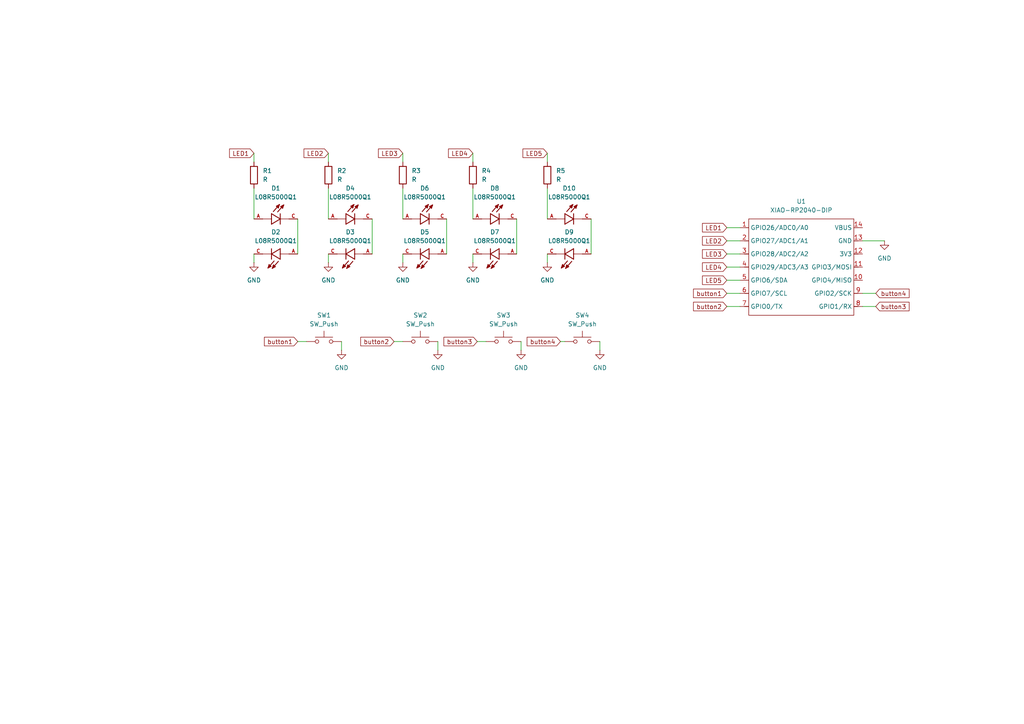
<source format=kicad_sch>
(kicad_sch
	(version 20250114)
	(generator "eeschema")
	(generator_version "9.0")
	(uuid "66439508-f10d-4cd5-8d4f-3bc066a99672")
	(paper "A4")
	(lib_symbols
		(symbol "Device:R"
			(pin_numbers
				(hide yes)
			)
			(pin_names
				(offset 0)
			)
			(exclude_from_sim no)
			(in_bom yes)
			(on_board yes)
			(property "Reference" "R"
				(at 2.032 0 90)
				(effects
					(font
						(size 1.27 1.27)
					)
				)
			)
			(property "Value" "R"
				(at 0 0 90)
				(effects
					(font
						(size 1.27 1.27)
					)
				)
			)
			(property "Footprint" ""
				(at -1.778 0 90)
				(effects
					(font
						(size 1.27 1.27)
					)
					(hide yes)
				)
			)
			(property "Datasheet" "~"
				(at 0 0 0)
				(effects
					(font
						(size 1.27 1.27)
					)
					(hide yes)
				)
			)
			(property "Description" "Resistor"
				(at 0 0 0)
				(effects
					(font
						(size 1.27 1.27)
					)
					(hide yes)
				)
			)
			(property "ki_keywords" "R res resistor"
				(at 0 0 0)
				(effects
					(font
						(size 1.27 1.27)
					)
					(hide yes)
				)
			)
			(property "ki_fp_filters" "R_*"
				(at 0 0 0)
				(effects
					(font
						(size 1.27 1.27)
					)
					(hide yes)
				)
			)
			(symbol "R_0_1"
				(rectangle
					(start -1.016 -2.54)
					(end 1.016 2.54)
					(stroke
						(width 0.254)
						(type default)
					)
					(fill
						(type none)
					)
				)
			)
			(symbol "R_1_1"
				(pin passive line
					(at 0 3.81 270)
					(length 1.27)
					(name "~"
						(effects
							(font
								(size 1.27 1.27)
							)
						)
					)
					(number "1"
						(effects
							(font
								(size 1.27 1.27)
							)
						)
					)
				)
				(pin passive line
					(at 0 -3.81 90)
					(length 1.27)
					(name "~"
						(effects
							(font
								(size 1.27 1.27)
							)
						)
					)
					(number "2"
						(effects
							(font
								(size 1.27 1.27)
							)
						)
					)
				)
			)
			(embedded_fonts no)
		)
		(symbol "OPL:XIAO-RP2040-DIP"
			(exclude_from_sim no)
			(in_bom yes)
			(on_board yes)
			(property "Reference" "U"
				(at 0 0 0)
				(effects
					(font
						(size 1.27 1.27)
					)
				)
			)
			(property "Value" "XIAO-RP2040-DIP"
				(at 5.334 -1.778 0)
				(effects
					(font
						(size 1.27 1.27)
					)
				)
			)
			(property "Footprint" "Module:MOUDLE14P-XIAO-DIP-SMD"
				(at 14.478 -32.258 0)
				(effects
					(font
						(size 1.27 1.27)
					)
					(hide yes)
				)
			)
			(property "Datasheet" ""
				(at 0 0 0)
				(effects
					(font
						(size 1.27 1.27)
					)
					(hide yes)
				)
			)
			(property "Description" ""
				(at 0 0 0)
				(effects
					(font
						(size 1.27 1.27)
					)
					(hide yes)
				)
			)
			(symbol "XIAO-RP2040-DIP_1_0"
				(polyline
					(pts
						(xy -1.27 -2.54) (xy 29.21 -2.54)
					)
					(stroke
						(width 0.1524)
						(type solid)
					)
					(fill
						(type none)
					)
				)
				(polyline
					(pts
						(xy -1.27 -5.08) (xy -2.54 -5.08)
					)
					(stroke
						(width 0.1524)
						(type solid)
					)
					(fill
						(type none)
					)
				)
				(polyline
					(pts
						(xy -1.27 -5.08) (xy -1.27 -2.54)
					)
					(stroke
						(width 0.1524)
						(type solid)
					)
					(fill
						(type none)
					)
				)
				(polyline
					(pts
						(xy -1.27 -8.89) (xy -2.54 -8.89)
					)
					(stroke
						(width 0.1524)
						(type solid)
					)
					(fill
						(type none)
					)
				)
				(polyline
					(pts
						(xy -1.27 -8.89) (xy -1.27 -5.08)
					)
					(stroke
						(width 0.1524)
						(type solid)
					)
					(fill
						(type none)
					)
				)
				(polyline
					(pts
						(xy -1.27 -12.7) (xy -2.54 -12.7)
					)
					(stroke
						(width 0.1524)
						(type solid)
					)
					(fill
						(type none)
					)
				)
				(polyline
					(pts
						(xy -1.27 -12.7) (xy -1.27 -8.89)
					)
					(stroke
						(width 0.1524)
						(type solid)
					)
					(fill
						(type none)
					)
				)
				(polyline
					(pts
						(xy -1.27 -16.51) (xy -2.54 -16.51)
					)
					(stroke
						(width 0.1524)
						(type solid)
					)
					(fill
						(type none)
					)
				)
				(polyline
					(pts
						(xy -1.27 -16.51) (xy -1.27 -12.7)
					)
					(stroke
						(width 0.1524)
						(type solid)
					)
					(fill
						(type none)
					)
				)
				(polyline
					(pts
						(xy -1.27 -20.32) (xy -2.54 -20.32)
					)
					(stroke
						(width 0.1524)
						(type solid)
					)
					(fill
						(type none)
					)
				)
				(polyline
					(pts
						(xy -1.27 -24.13) (xy -2.54 -24.13)
					)
					(stroke
						(width 0.1524)
						(type solid)
					)
					(fill
						(type none)
					)
				)
				(polyline
					(pts
						(xy -1.27 -27.94) (xy -2.54 -27.94)
					)
					(stroke
						(width 0.1524)
						(type solid)
					)
					(fill
						(type none)
					)
				)
				(polyline
					(pts
						(xy -1.27 -30.48) (xy -1.27 -16.51)
					)
					(stroke
						(width 0.1524)
						(type solid)
					)
					(fill
						(type none)
					)
				)
				(polyline
					(pts
						(xy 29.21 -2.54) (xy 29.21 -5.08)
					)
					(stroke
						(width 0.1524)
						(type solid)
					)
					(fill
						(type none)
					)
				)
				(polyline
					(pts
						(xy 29.21 -5.08) (xy 29.21 -8.89)
					)
					(stroke
						(width 0.1524)
						(type solid)
					)
					(fill
						(type none)
					)
				)
				(polyline
					(pts
						(xy 29.21 -8.89) (xy 29.21 -12.7)
					)
					(stroke
						(width 0.1524)
						(type solid)
					)
					(fill
						(type none)
					)
				)
				(polyline
					(pts
						(xy 29.21 -12.7) (xy 29.21 -30.48)
					)
					(stroke
						(width 0.1524)
						(type solid)
					)
					(fill
						(type none)
					)
				)
				(polyline
					(pts
						(xy 29.21 -30.48) (xy -1.27 -30.48)
					)
					(stroke
						(width 0.1524)
						(type solid)
					)
					(fill
						(type none)
					)
				)
				(polyline
					(pts
						(xy 30.48 -5.08) (xy 29.21 -5.08)
					)
					(stroke
						(width 0.1524)
						(type solid)
					)
					(fill
						(type none)
					)
				)
				(polyline
					(pts
						(xy 30.48 -8.89) (xy 29.21 -8.89)
					)
					(stroke
						(width 0.1524)
						(type solid)
					)
					(fill
						(type none)
					)
				)
				(polyline
					(pts
						(xy 30.48 -12.7) (xy 29.21 -12.7)
					)
					(stroke
						(width 0.1524)
						(type solid)
					)
					(fill
						(type none)
					)
				)
				(polyline
					(pts
						(xy 30.48 -16.51) (xy 29.21 -16.51)
					)
					(stroke
						(width 0.1524)
						(type solid)
					)
					(fill
						(type none)
					)
				)
				(polyline
					(pts
						(xy 30.48 -20.32) (xy 29.21 -20.32)
					)
					(stroke
						(width 0.1524)
						(type solid)
					)
					(fill
						(type none)
					)
				)
				(polyline
					(pts
						(xy 30.48 -24.13) (xy 29.21 -24.13)
					)
					(stroke
						(width 0.1524)
						(type solid)
					)
					(fill
						(type none)
					)
				)
				(polyline
					(pts
						(xy 30.48 -27.94) (xy 29.21 -27.94)
					)
					(stroke
						(width 0.1524)
						(type solid)
					)
					(fill
						(type none)
					)
				)
				(pin passive line
					(at -3.81 -5.08 0)
					(length 2.54)
					(name "GPIO26/ADC0/A0"
						(effects
							(font
								(size 1.27 1.27)
							)
						)
					)
					(number "1"
						(effects
							(font
								(size 1.27 1.27)
							)
						)
					)
				)
				(pin passive line
					(at -3.81 -8.89 0)
					(length 2.54)
					(name "GPIO27/ADC1/A1"
						(effects
							(font
								(size 1.27 1.27)
							)
						)
					)
					(number "2"
						(effects
							(font
								(size 1.27 1.27)
							)
						)
					)
				)
				(pin passive line
					(at -3.81 -12.7 0)
					(length 2.54)
					(name "GPIO28/ADC2/A2"
						(effects
							(font
								(size 1.27 1.27)
							)
						)
					)
					(number "3"
						(effects
							(font
								(size 1.27 1.27)
							)
						)
					)
				)
				(pin passive line
					(at -3.81 -16.51 0)
					(length 2.54)
					(name "GPIO29/ADC3/A3"
						(effects
							(font
								(size 1.27 1.27)
							)
						)
					)
					(number "4"
						(effects
							(font
								(size 1.27 1.27)
							)
						)
					)
				)
				(pin passive line
					(at -3.81 -20.32 0)
					(length 2.54)
					(name "GPIO6/SDA"
						(effects
							(font
								(size 1.27 1.27)
							)
						)
					)
					(number "5"
						(effects
							(font
								(size 1.27 1.27)
							)
						)
					)
				)
				(pin passive line
					(at -3.81 -24.13 0)
					(length 2.54)
					(name "GPIO7/SCL"
						(effects
							(font
								(size 1.27 1.27)
							)
						)
					)
					(number "6"
						(effects
							(font
								(size 1.27 1.27)
							)
						)
					)
				)
				(pin passive line
					(at -3.81 -27.94 0)
					(length 2.54)
					(name "GPIO0/TX"
						(effects
							(font
								(size 1.27 1.27)
							)
						)
					)
					(number "7"
						(effects
							(font
								(size 1.27 1.27)
							)
						)
					)
				)
				(pin passive line
					(at 31.75 -5.08 180)
					(length 2.54)
					(name "VBUS"
						(effects
							(font
								(size 1.27 1.27)
							)
						)
					)
					(number "14"
						(effects
							(font
								(size 1.27 1.27)
							)
						)
					)
				)
				(pin passive line
					(at 31.75 -8.89 180)
					(length 2.54)
					(name "GND"
						(effects
							(font
								(size 1.27 1.27)
							)
						)
					)
					(number "13"
						(effects
							(font
								(size 1.27 1.27)
							)
						)
					)
				)
				(pin passive line
					(at 31.75 -12.7 180)
					(length 2.54)
					(name "3V3"
						(effects
							(font
								(size 1.27 1.27)
							)
						)
					)
					(number "12"
						(effects
							(font
								(size 1.27 1.27)
							)
						)
					)
				)
				(pin passive line
					(at 31.75 -16.51 180)
					(length 2.54)
					(name "GPIO3/MOSI"
						(effects
							(font
								(size 1.27 1.27)
							)
						)
					)
					(number "11"
						(effects
							(font
								(size 1.27 1.27)
							)
						)
					)
				)
				(pin passive line
					(at 31.75 -20.32 180)
					(length 2.54)
					(name "GPIO4/MISO"
						(effects
							(font
								(size 1.27 1.27)
							)
						)
					)
					(number "10"
						(effects
							(font
								(size 1.27 1.27)
							)
						)
					)
				)
				(pin passive line
					(at 31.75 -24.13 180)
					(length 2.54)
					(name "GPIO2/SCK"
						(effects
							(font
								(size 1.27 1.27)
							)
						)
					)
					(number "9"
						(effects
							(font
								(size 1.27 1.27)
							)
						)
					)
				)
				(pin passive line
					(at 31.75 -27.94 180)
					(length 2.54)
					(name "GPIO1/RX"
						(effects
							(font
								(size 1.27 1.27)
							)
						)
					)
					(number "8"
						(effects
							(font
								(size 1.27 1.27)
							)
						)
					)
				)
			)
			(embedded_fonts no)
		)
		(symbol "Switch:SW_Push"
			(pin_numbers
				(hide yes)
			)
			(pin_names
				(offset 1.016)
				(hide yes)
			)
			(exclude_from_sim no)
			(in_bom yes)
			(on_board yes)
			(property "Reference" "SW"
				(at 1.27 2.54 0)
				(effects
					(font
						(size 1.27 1.27)
					)
					(justify left)
				)
			)
			(property "Value" "SW_Push"
				(at 0 -1.524 0)
				(effects
					(font
						(size 1.27 1.27)
					)
				)
			)
			(property "Footprint" ""
				(at 0 5.08 0)
				(effects
					(font
						(size 1.27 1.27)
					)
					(hide yes)
				)
			)
			(property "Datasheet" "~"
				(at 0 5.08 0)
				(effects
					(font
						(size 1.27 1.27)
					)
					(hide yes)
				)
			)
			(property "Description" "Push button switch, generic, two pins"
				(at 0 0 0)
				(effects
					(font
						(size 1.27 1.27)
					)
					(hide yes)
				)
			)
			(property "ki_keywords" "switch normally-open pushbutton push-button"
				(at 0 0 0)
				(effects
					(font
						(size 1.27 1.27)
					)
					(hide yes)
				)
			)
			(symbol "SW_Push_0_1"
				(circle
					(center -2.032 0)
					(radius 0.508)
					(stroke
						(width 0)
						(type default)
					)
					(fill
						(type none)
					)
				)
				(polyline
					(pts
						(xy 0 1.27) (xy 0 3.048)
					)
					(stroke
						(width 0)
						(type default)
					)
					(fill
						(type none)
					)
				)
				(circle
					(center 2.032 0)
					(radius 0.508)
					(stroke
						(width 0)
						(type default)
					)
					(fill
						(type none)
					)
				)
				(polyline
					(pts
						(xy 2.54 1.27) (xy -2.54 1.27)
					)
					(stroke
						(width 0)
						(type default)
					)
					(fill
						(type none)
					)
				)
				(pin passive line
					(at -5.08 0 0)
					(length 2.54)
					(name "1"
						(effects
							(font
								(size 1.27 1.27)
							)
						)
					)
					(number "1"
						(effects
							(font
								(size 1.27 1.27)
							)
						)
					)
				)
				(pin passive line
					(at 5.08 0 180)
					(length 2.54)
					(name "2"
						(effects
							(font
								(size 1.27 1.27)
							)
						)
					)
					(number "2"
						(effects
							(font
								(size 1.27 1.27)
							)
						)
					)
				)
			)
			(embedded_fonts no)
		)
		(symbol "led:L08R5000Q1"
			(pin_names
				(offset 1.016)
			)
			(exclude_from_sim no)
			(in_bom yes)
			(on_board yes)
			(property "Reference" "D"
				(at -3.0988 4.4958 0)
				(effects
					(font
						(size 1.27 1.27)
					)
					(justify left bottom)
				)
			)
			(property "Value" "L08R5000Q1"
				(at -3.556 -3.302 0)
				(effects
					(font
						(size 1.27 1.27)
					)
					(justify left bottom)
				)
			)
			(property "Footprint" "L08R5000Q1:LEDRD254W57D500H1070"
				(at 0 0 0)
				(effects
					(font
						(size 1.27 1.27)
					)
					(justify bottom)
					(hide yes)
				)
			)
			(property "Datasheet" ""
				(at 0 0 0)
				(effects
					(font
						(size 1.27 1.27)
					)
					(hide yes)
				)
			)
			(property "Description" ""
				(at 0 0 0)
				(effects
					(font
						(size 1.27 1.27)
					)
					(hide yes)
				)
			)
			(property "MF" "LED Technology"
				(at 0 0 0)
				(effects
					(font
						(size 1.27 1.27)
					)
					(justify bottom)
					(hide yes)
				)
			)
			(property "MAXIMUM_PACKAGE_HEIGHT" "10.7mm"
				(at 0 0 0)
				(effects
					(font
						(size 1.27 1.27)
					)
					(justify bottom)
					(hide yes)
				)
			)
			(property "Package" "None"
				(at 0 0 0)
				(effects
					(font
						(size 1.27 1.27)
					)
					(justify bottom)
					(hide yes)
				)
			)
			(property "Price" "None"
				(at 0 0 0)
				(effects
					(font
						(size 1.27 1.27)
					)
					(justify bottom)
					(hide yes)
				)
			)
			(property "Check_prices" "https://www.snapeda.com/parts/L08R5000Q1/LED+Technology/view-part/?ref=eda"
				(at 0 0 0)
				(effects
					(font
						(size 1.27 1.27)
					)
					(justify bottom)
					(hide yes)
				)
			)
			(property "STANDARD" "IPC-7351B"
				(at 0 0 0)
				(effects
					(font
						(size 1.27 1.27)
					)
					(justify bottom)
					(hide yes)
				)
			)
			(property "PARTREV" "NA"
				(at 0 0 0)
				(effects
					(font
						(size 1.27 1.27)
					)
					(justify bottom)
					(hide yes)
				)
			)
			(property "SnapEDA_Link" "https://www.snapeda.com/parts/L08R5000Q1/LED+Technology/view-part/?ref=snap"
				(at 0 0 0)
				(effects
					(font
						(size 1.27 1.27)
					)
					(justify bottom)
					(hide yes)
				)
			)
			(property "MP" "L08R5000Q1"
				(at 0 0 0)
				(effects
					(font
						(size 1.27 1.27)
					)
					(justify bottom)
					(hide yes)
				)
			)
			(property "Description_1" "LED, 5MM, ORANGE; LED / Lamp Size: 5mm / T-1 3/4; LED Colour: Orange; Typ Luminous Intensity: 4.3mcd; Viewing Angle: ..."
				(at 0 0 0)
				(effects
					(font
						(size 1.27 1.27)
					)
					(justify bottom)
					(hide yes)
				)
			)
			(property "Availability" "Not in stock"
				(at 0 0 0)
				(effects
					(font
						(size 1.27 1.27)
					)
					(justify bottom)
					(hide yes)
				)
			)
			(property "MANUFACTURER" "LED TECHNOLOGY"
				(at 0 0 0)
				(effects
					(font
						(size 1.27 1.27)
					)
					(justify bottom)
					(hide yes)
				)
			)
			(symbol "L08R5000Q1_0_0"
				(polyline
					(pts
						(xy -2.54 1.524) (xy -2.54 0)
					)
					(stroke
						(width 0.254)
						(type default)
					)
					(fill
						(type none)
					)
				)
				(polyline
					(pts
						(xy -2.54 0) (xy -5.08 0)
					)
					(stroke
						(width 0.1524)
						(type default)
					)
					(fill
						(type none)
					)
				)
				(polyline
					(pts
						(xy -2.54 0) (xy -2.54 -1.524)
					)
					(stroke
						(width 0.254)
						(type default)
					)
					(fill
						(type none)
					)
				)
				(polyline
					(pts
						(xy -2.54 -1.524) (xy 0 0)
					)
					(stroke
						(width 0.254)
						(type default)
					)
					(fill
						(type none)
					)
				)
				(polyline
					(pts
						(xy -1.1176 3.683) (xy -0.2286 4.1656)
					)
					(stroke
						(width 0.254)
						(type default)
					)
					(fill
						(type none)
					)
				)
				(polyline
					(pts
						(xy -0.9398 3.6068) (xy -0.7112 3.7592)
					)
					(stroke
						(width 0.254)
						(type default)
					)
					(fill
						(type none)
					)
				)
				(polyline
					(pts
						(xy -0.5588 3.2004) (xy -1.1176 3.683)
					)
					(stroke
						(width 0.254)
						(type default)
					)
					(fill
						(type none)
					)
				)
				(polyline
					(pts
						(xy -0.5588 3.2004) (xy -0.5334 3.937)
					)
					(stroke
						(width 0.254)
						(type default)
					)
					(fill
						(type none)
					)
				)
				(polyline
					(pts
						(xy -0.5334 3.937) (xy -0.6604 3.937)
					)
					(stroke
						(width 0.254)
						(type default)
					)
					(fill
						(type none)
					)
				)
				(polyline
					(pts
						(xy -0.2286 4.1656) (xy -2.0066 2.1336)
					)
					(stroke
						(width 0.254)
						(type default)
					)
					(fill
						(type none)
					)
				)
				(polyline
					(pts
						(xy -0.2286 4.1656) (xy -0.5588 3.2004)
					)
					(stroke
						(width 0.254)
						(type default)
					)
					(fill
						(type none)
					)
				)
				(polyline
					(pts
						(xy 0 1.524) (xy 0 0)
					)
					(stroke
						(width 0.254)
						(type default)
					)
					(fill
						(type none)
					)
				)
				(polyline
					(pts
						(xy 0 0) (xy -2.54 1.524)
					)
					(stroke
						(width 0.254)
						(type default)
					)
					(fill
						(type none)
					)
				)
				(polyline
					(pts
						(xy 0 0) (xy 0 -1.524)
					)
					(stroke
						(width 0.254)
						(type default)
					)
					(fill
						(type none)
					)
				)
				(polyline
					(pts
						(xy 0.127 3.5814) (xy 1.016 4.064)
					)
					(stroke
						(width 0.254)
						(type default)
					)
					(fill
						(type none)
					)
				)
				(polyline
					(pts
						(xy 0.3048 3.5052) (xy 0.5334 3.6576)
					)
					(stroke
						(width 0.254)
						(type default)
					)
					(fill
						(type none)
					)
				)
				(polyline
					(pts
						(xy 0.6858 3.0988) (xy 0.127 3.5814)
					)
					(stroke
						(width 0.254)
						(type default)
					)
					(fill
						(type none)
					)
				)
				(polyline
					(pts
						(xy 0.6858 3.0988) (xy 0.7112 3.8354)
					)
					(stroke
						(width 0.254)
						(type default)
					)
					(fill
						(type none)
					)
				)
				(polyline
					(pts
						(xy 0.7112 3.8354) (xy 0.5842 3.8354)
					)
					(stroke
						(width 0.254)
						(type default)
					)
					(fill
						(type none)
					)
				)
				(polyline
					(pts
						(xy 1.016 4.064) (xy -0.762 2.032)
					)
					(stroke
						(width 0.254)
						(type default)
					)
					(fill
						(type none)
					)
				)
				(polyline
					(pts
						(xy 1.016 4.064) (xy 0.6858 3.0988)
					)
					(stroke
						(width 0.254)
						(type default)
					)
					(fill
						(type none)
					)
				)
				(polyline
					(pts
						(xy 2.54 0) (xy 0 0)
					)
					(stroke
						(width 0.1524)
						(type default)
					)
					(fill
						(type none)
					)
				)
				(pin passive line
					(at -7.62 0 0)
					(length 2.54)
					(name "~"
						(effects
							(font
								(size 1.016 1.016)
							)
						)
					)
					(number "A"
						(effects
							(font
								(size 1.016 1.016)
							)
						)
					)
				)
				(pin passive line
					(at 5.08 0 180)
					(length 2.54)
					(name "~"
						(effects
							(font
								(size 1.016 1.016)
							)
						)
					)
					(number "C"
						(effects
							(font
								(size 1.016 1.016)
							)
						)
					)
				)
			)
			(embedded_fonts no)
		)
		(symbol "power:GND"
			(power)
			(pin_numbers
				(hide yes)
			)
			(pin_names
				(offset 0)
				(hide yes)
			)
			(exclude_from_sim no)
			(in_bom yes)
			(on_board yes)
			(property "Reference" "#PWR"
				(at 0 -6.35 0)
				(effects
					(font
						(size 1.27 1.27)
					)
					(hide yes)
				)
			)
			(property "Value" "GND"
				(at 0 -3.81 0)
				(effects
					(font
						(size 1.27 1.27)
					)
				)
			)
			(property "Footprint" ""
				(at 0 0 0)
				(effects
					(font
						(size 1.27 1.27)
					)
					(hide yes)
				)
			)
			(property "Datasheet" ""
				(at 0 0 0)
				(effects
					(font
						(size 1.27 1.27)
					)
					(hide yes)
				)
			)
			(property "Description" "Power symbol creates a global label with name \"GND\" , ground"
				(at 0 0 0)
				(effects
					(font
						(size 1.27 1.27)
					)
					(hide yes)
				)
			)
			(property "ki_keywords" "global power"
				(at 0 0 0)
				(effects
					(font
						(size 1.27 1.27)
					)
					(hide yes)
				)
			)
			(symbol "GND_0_1"
				(polyline
					(pts
						(xy 0 0) (xy 0 -1.27) (xy 1.27 -1.27) (xy 0 -2.54) (xy -1.27 -1.27) (xy 0 -1.27)
					)
					(stroke
						(width 0)
						(type default)
					)
					(fill
						(type none)
					)
				)
			)
			(symbol "GND_1_1"
				(pin power_in line
					(at 0 0 270)
					(length 0)
					(name "~"
						(effects
							(font
								(size 1.27 1.27)
							)
						)
					)
					(number "1"
						(effects
							(font
								(size 1.27 1.27)
							)
						)
					)
				)
			)
			(embedded_fonts no)
		)
	)
	(wire
		(pts
			(xy 73.66 44.45) (xy 73.66 46.99)
		)
		(stroke
			(width 0)
			(type default)
		)
		(uuid "0a3b0a0a-9c12-4ef6-8734-1f62916c36d8")
	)
	(wire
		(pts
			(xy 210.82 81.28) (xy 214.63 81.28)
		)
		(stroke
			(width 0)
			(type default)
		)
		(uuid "120ce8fe-b6b2-464c-9fa1-181b7d00c0a5")
	)
	(wire
		(pts
			(xy 116.84 73.66) (xy 116.84 76.2)
		)
		(stroke
			(width 0)
			(type default)
		)
		(uuid "2439ab5d-f6c6-4fa0-bb19-03430f8b6eeb")
	)
	(wire
		(pts
			(xy 158.75 44.45) (xy 158.75 46.99)
		)
		(stroke
			(width 0)
			(type default)
		)
		(uuid "2ff3a902-f874-48b4-bfb0-b71df919546c")
	)
	(wire
		(pts
			(xy 250.19 88.9) (xy 254 88.9)
		)
		(stroke
			(width 0)
			(type default)
		)
		(uuid "38807c7a-1a90-491f-a1c8-9a4b3e68f1d2")
	)
	(wire
		(pts
			(xy 114.3 99.06) (xy 116.84 99.06)
		)
		(stroke
			(width 0)
			(type default)
		)
		(uuid "3f94235a-eb18-4cc9-bd92-c9b4048ddffe")
	)
	(wire
		(pts
			(xy 250.19 85.09) (xy 254 85.09)
		)
		(stroke
			(width 0)
			(type default)
		)
		(uuid "4f3a5e60-f3b4-4a2e-8fcc-baefbc91ba80")
	)
	(wire
		(pts
			(xy 116.84 44.45) (xy 116.84 46.99)
		)
		(stroke
			(width 0)
			(type default)
		)
		(uuid "576c5703-0266-44aa-a676-87aa33cb2441")
	)
	(wire
		(pts
			(xy 95.25 63.5) (xy 95.25 54.61)
		)
		(stroke
			(width 0)
			(type default)
		)
		(uuid "5e205799-bb00-4c12-9de0-cf81e734fa6d")
	)
	(wire
		(pts
			(xy 73.66 63.5) (xy 73.66 54.61)
		)
		(stroke
			(width 0)
			(type default)
		)
		(uuid "6572f7cd-4d89-4322-b49d-27a2cf31af54")
	)
	(wire
		(pts
			(xy 73.66 73.66) (xy 73.66 76.2)
		)
		(stroke
			(width 0)
			(type default)
		)
		(uuid "7913e5ac-8657-47a6-88c5-fa8737d4593f")
	)
	(wire
		(pts
			(xy 116.84 63.5) (xy 116.84 54.61)
		)
		(stroke
			(width 0)
			(type default)
		)
		(uuid "7cd4f260-0c20-4758-b52f-9723b9ce398f")
	)
	(wire
		(pts
			(xy 127 99.06) (xy 127 101.6)
		)
		(stroke
			(width 0)
			(type default)
		)
		(uuid "7ea62b1e-73a3-44f3-96dd-4f1df6382a89")
	)
	(wire
		(pts
			(xy 86.36 63.5) (xy 86.36 73.66)
		)
		(stroke
			(width 0)
			(type default)
		)
		(uuid "82a74f91-5e88-4f8b-b887-7c4f0401c1eb")
	)
	(wire
		(pts
			(xy 129.54 63.5) (xy 129.54 73.66)
		)
		(stroke
			(width 0)
			(type default)
		)
		(uuid "889dab38-fcd5-4c2d-b27c-bcf485d481e4")
	)
	(wire
		(pts
			(xy 210.82 69.85) (xy 214.63 69.85)
		)
		(stroke
			(width 0)
			(type default)
		)
		(uuid "893fee02-f5c7-438f-99c1-e7d6aab9a8ea")
	)
	(wire
		(pts
			(xy 137.16 63.5) (xy 137.16 54.61)
		)
		(stroke
			(width 0)
			(type default)
		)
		(uuid "91817ce3-165e-4884-9d3d-b4cff8ffacd2")
	)
	(wire
		(pts
			(xy 137.16 44.45) (xy 137.16 46.99)
		)
		(stroke
			(width 0)
			(type default)
		)
		(uuid "94e880b2-614c-4452-a1da-e8d19d13c69b")
	)
	(wire
		(pts
			(xy 210.82 77.47) (xy 214.63 77.47)
		)
		(stroke
			(width 0)
			(type default)
		)
		(uuid "97bba831-e2d0-4d91-8b46-9e87a7602e7d")
	)
	(wire
		(pts
			(xy 151.13 99.06) (xy 151.13 101.6)
		)
		(stroke
			(width 0)
			(type default)
		)
		(uuid "99053123-1267-4f89-af45-bf8ca49bddff")
	)
	(wire
		(pts
			(xy 158.75 63.5) (xy 158.75 54.61)
		)
		(stroke
			(width 0)
			(type default)
		)
		(uuid "9c7a7c67-d92f-4b96-a521-ece8ddc5427d")
	)
	(wire
		(pts
			(xy 210.82 73.66) (xy 214.63 73.66)
		)
		(stroke
			(width 0)
			(type default)
		)
		(uuid "9fd263bb-81d7-47f7-9b97-b72af21f2423")
	)
	(wire
		(pts
			(xy 173.99 99.06) (xy 173.99 101.6)
		)
		(stroke
			(width 0)
			(type default)
		)
		(uuid "bd493c81-82e5-4939-bf0e-863ee0513087")
	)
	(wire
		(pts
			(xy 99.06 99.06) (xy 99.06 101.6)
		)
		(stroke
			(width 0)
			(type default)
		)
		(uuid "bd5b6f29-3ea4-4006-a92f-e5d3bb081b4a")
	)
	(wire
		(pts
			(xy 95.25 73.66) (xy 95.25 76.2)
		)
		(stroke
			(width 0)
			(type default)
		)
		(uuid "c7211476-94b0-4f4b-9684-eae5a5b26a49")
	)
	(wire
		(pts
			(xy 210.82 85.09) (xy 214.63 85.09)
		)
		(stroke
			(width 0)
			(type default)
		)
		(uuid "c90a1494-83ad-4074-8fb3-3568c376e9d7")
	)
	(wire
		(pts
			(xy 137.16 73.66) (xy 137.16 76.2)
		)
		(stroke
			(width 0)
			(type default)
		)
		(uuid "d0bb0784-ba63-4acb-97e2-df264142ac2b")
	)
	(wire
		(pts
			(xy 107.95 63.5) (xy 107.95 73.66)
		)
		(stroke
			(width 0)
			(type default)
		)
		(uuid "dc9ea0bc-f97e-4640-8a93-b7efe37f5739")
	)
	(wire
		(pts
			(xy 86.36 99.06) (xy 88.9 99.06)
		)
		(stroke
			(width 0)
			(type default)
		)
		(uuid "e040962f-4648-4ccd-98f5-b899d2d7bb4b")
	)
	(wire
		(pts
			(xy 149.86 63.5) (xy 149.86 73.66)
		)
		(stroke
			(width 0)
			(type default)
		)
		(uuid "e0fbea1e-1a75-40c5-9164-4c34fe105b33")
	)
	(wire
		(pts
			(xy 210.82 88.9) (xy 214.63 88.9)
		)
		(stroke
			(width 0)
			(type default)
		)
		(uuid "e4410bc5-b59e-4448-9cfa-36f8954ef075")
	)
	(wire
		(pts
			(xy 210.82 66.04) (xy 214.63 66.04)
		)
		(stroke
			(width 0)
			(type default)
		)
		(uuid "e5f9da6a-2bc8-4698-b020-a3decb016f3c")
	)
	(wire
		(pts
			(xy 162.56 99.06) (xy 163.83 99.06)
		)
		(stroke
			(width 0)
			(type default)
		)
		(uuid "e725e363-3b27-43ed-b404-b9bc49d4eee9")
	)
	(wire
		(pts
			(xy 158.75 73.66) (xy 158.75 76.2)
		)
		(stroke
			(width 0)
			(type default)
		)
		(uuid "f2b31627-81c9-4eb1-9ca2-d7fbbe00453c")
	)
	(wire
		(pts
			(xy 138.43 99.06) (xy 140.97 99.06)
		)
		(stroke
			(width 0)
			(type default)
		)
		(uuid "f8b6596d-d94d-4229-b402-b43603b567bd")
	)
	(wire
		(pts
			(xy 250.19 69.85) (xy 256.54 69.85)
		)
		(stroke
			(width 0)
			(type default)
		)
		(uuid "f9a896f3-ed61-4d06-befe-aca5cfceb8dc")
	)
	(wire
		(pts
			(xy 171.45 63.5) (xy 171.45 73.66)
		)
		(stroke
			(width 0)
			(type default)
		)
		(uuid "fc367f26-4411-4035-9579-6d4177827d15")
	)
	(wire
		(pts
			(xy 95.25 44.45) (xy 95.25 46.99)
		)
		(stroke
			(width 0)
			(type default)
		)
		(uuid "ffdbffa9-008c-4c33-8a72-b32f8a7b514d")
	)
	(global_label "LED1"
		(shape input)
		(at 210.82 66.04 180)
		(fields_autoplaced yes)
		(effects
			(font
				(size 1.27 1.27)
			)
			(justify right)
		)
		(uuid "0524a153-30bf-451e-91d1-5d899de7ae5d")
		(property "Intersheetrefs" "${INTERSHEET_REFS}"
			(at 203.1782 66.04 0)
			(effects
				(font
					(size 1.27 1.27)
				)
				(justify right)
				(hide yes)
			)
		)
	)
	(global_label "button4"
		(shape input)
		(at 254 85.09 0)
		(fields_autoplaced yes)
		(effects
			(font
				(size 1.27 1.27)
			)
			(justify left)
		)
		(uuid "1688b839-33e6-4616-8a87-2a64d0f90955")
		(property "Intersheetrefs" "${INTERSHEET_REFS}"
			(at 264.2421 85.09 0)
			(effects
				(font
					(size 1.27 1.27)
				)
				(justify left)
				(hide yes)
			)
		)
	)
	(global_label "LED3"
		(shape input)
		(at 116.84 44.45 180)
		(fields_autoplaced yes)
		(effects
			(font
				(size 1.27 1.27)
			)
			(justify right)
		)
		(uuid "1afe6043-ded5-4f2f-8048-00fdf166bf28")
		(property "Intersheetrefs" "${INTERSHEET_REFS}"
			(at 109.1982 44.45 0)
			(effects
				(font
					(size 1.27 1.27)
				)
				(justify right)
				(hide yes)
			)
		)
	)
	(global_label "LED5"
		(shape input)
		(at 210.82 81.28 180)
		(fields_autoplaced yes)
		(effects
			(font
				(size 1.27 1.27)
			)
			(justify right)
		)
		(uuid "1bf5c9c8-c4ce-454b-a4af-9171861cf95c")
		(property "Intersheetrefs" "${INTERSHEET_REFS}"
			(at 203.1782 81.28 0)
			(effects
				(font
					(size 1.27 1.27)
				)
				(justify right)
				(hide yes)
			)
		)
	)
	(global_label "button1"
		(shape input)
		(at 210.82 85.09 180)
		(fields_autoplaced yes)
		(effects
			(font
				(size 1.27 1.27)
			)
			(justify right)
		)
		(uuid "1c88614c-2474-4b50-b728-a08208c9bd31")
		(property "Intersheetrefs" "${INTERSHEET_REFS}"
			(at 200.5779 85.09 0)
			(effects
				(font
					(size 1.27 1.27)
				)
				(justify right)
				(hide yes)
			)
		)
	)
	(global_label "LED2"
		(shape input)
		(at 210.82 69.85 180)
		(fields_autoplaced yes)
		(effects
			(font
				(size 1.27 1.27)
			)
			(justify right)
		)
		(uuid "248c284d-c847-4670-949f-66c247c31f7c")
		(property "Intersheetrefs" "${INTERSHEET_REFS}"
			(at 203.1782 69.85 0)
			(effects
				(font
					(size 1.27 1.27)
				)
				(justify right)
				(hide yes)
			)
		)
	)
	(global_label "LED1"
		(shape input)
		(at 73.66 44.45 180)
		(fields_autoplaced yes)
		(effects
			(font
				(size 1.27 1.27)
			)
			(justify right)
		)
		(uuid "35ecb65c-fb6b-4756-85df-786d81ee70bb")
		(property "Intersheetrefs" "${INTERSHEET_REFS}"
			(at 66.0182 44.45 0)
			(effects
				(font
					(size 1.27 1.27)
				)
				(justify right)
				(hide yes)
			)
		)
	)
	(global_label "button2"
		(shape input)
		(at 210.82 88.9 180)
		(fields_autoplaced yes)
		(effects
			(font
				(size 1.27 1.27)
			)
			(justify right)
		)
		(uuid "3eb1710e-89dd-4e5f-8f14-915e2bd2859c")
		(property "Intersheetrefs" "${INTERSHEET_REFS}"
			(at 200.5779 88.9 0)
			(effects
				(font
					(size 1.27 1.27)
				)
				(justify right)
				(hide yes)
			)
		)
	)
	(global_label "button4"
		(shape input)
		(at 162.56 99.06 180)
		(fields_autoplaced yes)
		(effects
			(font
				(size 1.27 1.27)
			)
			(justify right)
		)
		(uuid "40a36f59-f80d-4271-a599-9962f002417f")
		(property "Intersheetrefs" "${INTERSHEET_REFS}"
			(at 152.3179 99.06 0)
			(effects
				(font
					(size 1.27 1.27)
				)
				(justify right)
				(hide yes)
			)
		)
	)
	(global_label "button1"
		(shape input)
		(at 86.36 99.06 180)
		(fields_autoplaced yes)
		(effects
			(font
				(size 1.27 1.27)
			)
			(justify right)
		)
		(uuid "51ceae66-0b4c-469e-bfc6-6f58cfd81340")
		(property "Intersheetrefs" "${INTERSHEET_REFS}"
			(at 76.1179 99.06 0)
			(effects
				(font
					(size 1.27 1.27)
				)
				(justify right)
				(hide yes)
			)
		)
	)
	(global_label "LED4"
		(shape input)
		(at 210.82 77.47 180)
		(fields_autoplaced yes)
		(effects
			(font
				(size 1.27 1.27)
			)
			(justify right)
		)
		(uuid "5ab9309c-d46c-4b90-a58c-d27de8ca12c8")
		(property "Intersheetrefs" "${INTERSHEET_REFS}"
			(at 203.1782 77.47 0)
			(effects
				(font
					(size 1.27 1.27)
				)
				(justify right)
				(hide yes)
			)
		)
	)
	(global_label "button2"
		(shape input)
		(at 114.3 99.06 180)
		(fields_autoplaced yes)
		(effects
			(font
				(size 1.27 1.27)
			)
			(justify right)
		)
		(uuid "9e15d951-376e-4290-982a-eae3db0cb1b3")
		(property "Intersheetrefs" "${INTERSHEET_REFS}"
			(at 104.0579 99.06 0)
			(effects
				(font
					(size 1.27 1.27)
				)
				(justify right)
				(hide yes)
			)
		)
	)
	(global_label "LED2"
		(shape input)
		(at 95.25 44.45 180)
		(fields_autoplaced yes)
		(effects
			(font
				(size 1.27 1.27)
			)
			(justify right)
		)
		(uuid "b335645e-fb69-4b85-8cca-373984eb5653")
		(property "Intersheetrefs" "${INTERSHEET_REFS}"
			(at 87.6082 44.45 0)
			(effects
				(font
					(size 1.27 1.27)
				)
				(justify right)
				(hide yes)
			)
		)
	)
	(global_label "LED5"
		(shape input)
		(at 158.75 44.45 180)
		(fields_autoplaced yes)
		(effects
			(font
				(size 1.27 1.27)
			)
			(justify right)
		)
		(uuid "d166bbed-cd2e-4dac-b3aa-3076e8fae747")
		(property "Intersheetrefs" "${INTERSHEET_REFS}"
			(at 151.1082 44.45 0)
			(effects
				(font
					(size 1.27 1.27)
				)
				(justify right)
				(hide yes)
			)
		)
	)
	(global_label "button3"
		(shape input)
		(at 138.43 99.06 180)
		(fields_autoplaced yes)
		(effects
			(font
				(size 1.27 1.27)
			)
			(justify right)
		)
		(uuid "d49ec45c-4bcc-4160-8375-21957f5fb5b5")
		(property "Intersheetrefs" "${INTERSHEET_REFS}"
			(at 128.1879 99.06 0)
			(effects
				(font
					(size 1.27 1.27)
				)
				(justify right)
				(hide yes)
			)
		)
	)
	(global_label "button3"
		(shape input)
		(at 254 88.9 0)
		(fields_autoplaced yes)
		(effects
			(font
				(size 1.27 1.27)
			)
			(justify left)
		)
		(uuid "d51ba2d5-0714-4ed8-802f-ae7ca6f116e1")
		(property "Intersheetrefs" "${INTERSHEET_REFS}"
			(at 264.2421 88.9 0)
			(effects
				(font
					(size 1.27 1.27)
				)
				(justify left)
				(hide yes)
			)
		)
	)
	(global_label "LED3"
		(shape input)
		(at 210.82 73.66 180)
		(fields_autoplaced yes)
		(effects
			(font
				(size 1.27 1.27)
			)
			(justify right)
		)
		(uuid "e9aa8eb5-7367-4b6c-b0f7-008668004851")
		(property "Intersheetrefs" "${INTERSHEET_REFS}"
			(at 203.1782 73.66 0)
			(effects
				(font
					(size 1.27 1.27)
				)
				(justify right)
				(hide yes)
			)
		)
	)
	(global_label "LED4"
		(shape input)
		(at 137.16 44.45 180)
		(fields_autoplaced yes)
		(effects
			(font
				(size 1.27 1.27)
			)
			(justify right)
		)
		(uuid "f542f7e7-f03f-467b-be1b-3daf34ef0252")
		(property "Intersheetrefs" "${INTERSHEET_REFS}"
			(at 129.5182 44.45 0)
			(effects
				(font
					(size 1.27 1.27)
				)
				(justify right)
				(hide yes)
			)
		)
	)
	(symbol
		(lib_id "Device:R")
		(at 73.66 50.8 0)
		(unit 1)
		(exclude_from_sim no)
		(in_bom yes)
		(on_board yes)
		(dnp no)
		(fields_autoplaced yes)
		(uuid "09036a52-ddc4-4db4-83ea-ddc064ac791e")
		(property "Reference" "R1"
			(at 76.2 49.5299 0)
			(effects
				(font
					(size 1.27 1.27)
				)
				(justify left)
			)
		)
		(property "Value" "R"
			(at 76.2 52.0699 0)
			(effects
				(font
					(size 1.27 1.27)
				)
				(justify left)
			)
		)
		(property "Footprint" "Resistor_THT:R_Axial_DIN0204_L3.6mm_D1.6mm_P5.08mm_Horizontal"
			(at 71.882 50.8 90)
			(effects
				(font
					(size 1.27 1.27)
				)
				(hide yes)
			)
		)
		(property "Datasheet" "~"
			(at 73.66 50.8 0)
			(effects
				(font
					(size 1.27 1.27)
				)
				(hide yes)
			)
		)
		(property "Description" "Resistor"
			(at 73.66 50.8 0)
			(effects
				(font
					(size 1.27 1.27)
				)
				(hide yes)
			)
		)
		(pin "1"
			(uuid "bf570f8c-6c22-48b2-a572-1208ad4263dd")
		)
		(pin "2"
			(uuid "0307b6b4-8751-467b-84ac-30a2181b8224")
		)
		(instances
			(project ""
				(path "/66439508-f10d-4cd5-8d4f-3bc066a99672"
					(reference "R1")
					(unit 1)
				)
			)
		)
	)
	(symbol
		(lib_id "led:L08R5000Q1")
		(at 163.83 73.66 180)
		(unit 1)
		(exclude_from_sim no)
		(in_bom yes)
		(on_board yes)
		(dnp no)
		(fields_autoplaced yes)
		(uuid "0df43ecf-8e20-4c94-be0a-3576bd50565e")
		(property "Reference" "D9"
			(at 165.1 67.31 0)
			(effects
				(font
					(size 1.27 1.27)
				)
			)
		)
		(property "Value" "L08R5000Q1"
			(at 165.1 69.85 0)
			(effects
				(font
					(size 1.27 1.27)
				)
			)
		)
		(property "Footprint" "led:LEDRD254W57D500H1070"
			(at 163.83 73.66 0)
			(effects
				(font
					(size 1.27 1.27)
				)
				(justify bottom)
				(hide yes)
			)
		)
		(property "Datasheet" ""
			(at 163.83 73.66 0)
			(effects
				(font
					(size 1.27 1.27)
				)
				(hide yes)
			)
		)
		(property "Description" ""
			(at 163.83 73.66 0)
			(effects
				(font
					(size 1.27 1.27)
				)
				(hide yes)
			)
		)
		(property "MF" "LED Technology"
			(at 163.83 73.66 0)
			(effects
				(font
					(size 1.27 1.27)
				)
				(justify bottom)
				(hide yes)
			)
		)
		(property "MAXIMUM_PACKAGE_HEIGHT" "10.7mm"
			(at 163.83 73.66 0)
			(effects
				(font
					(size 1.27 1.27)
				)
				(justify bottom)
				(hide yes)
			)
		)
		(property "Package" "None"
			(at 163.83 73.66 0)
			(effects
				(font
					(size 1.27 1.27)
				)
				(justify bottom)
				(hide yes)
			)
		)
		(property "Price" "None"
			(at 163.83 73.66 0)
			(effects
				(font
					(size 1.27 1.27)
				)
				(justify bottom)
				(hide yes)
			)
		)
		(property "Check_prices" "https://www.snapeda.com/parts/L08R5000Q1/LED+Technology/view-part/?ref=eda"
			(at 163.83 73.66 0)
			(effects
				(font
					(size 1.27 1.27)
				)
				(justify bottom)
				(hide yes)
			)
		)
		(property "STANDARD" "IPC-7351B"
			(at 163.83 73.66 0)
			(effects
				(font
					(size 1.27 1.27)
				)
				(justify bottom)
				(hide yes)
			)
		)
		(property "PARTREV" "NA"
			(at 163.83 73.66 0)
			(effects
				(font
					(size 1.27 1.27)
				)
				(justify bottom)
				(hide yes)
			)
		)
		(property "SnapEDA_Link" "https://www.snapeda.com/parts/L08R5000Q1/LED+Technology/view-part/?ref=snap"
			(at 163.83 73.66 0)
			(effects
				(font
					(size 1.27 1.27)
				)
				(justify bottom)
				(hide yes)
			)
		)
		(property "MP" "L08R5000Q1"
			(at 163.83 73.66 0)
			(effects
				(font
					(size 1.27 1.27)
				)
				(justify bottom)
				(hide yes)
			)
		)
		(property "Description_1" "LED, 5MM, ORANGE; LED / Lamp Size: 5mm / T-1 3/4; LED Colour: Orange; Typ Luminous Intensity: 4.3mcd; Viewing Angle: ..."
			(at 163.83 73.66 0)
			(effects
				(font
					(size 1.27 1.27)
				)
				(justify bottom)
				(hide yes)
			)
		)
		(property "Availability" "Not in stock"
			(at 163.83 73.66 0)
			(effects
				(font
					(size 1.27 1.27)
				)
				(justify bottom)
				(hide yes)
			)
		)
		(property "MANUFACTURER" "LED TECHNOLOGY"
			(at 163.83 73.66 0)
			(effects
				(font
					(size 1.27 1.27)
				)
				(justify bottom)
				(hide yes)
			)
		)
		(pin "C"
			(uuid "f338aea4-34f4-44b3-9c9b-dbd76448b90e")
		)
		(pin "A"
			(uuid "299ec9f0-b813-4a29-aa62-c0ba52f8f8e6")
		)
		(instances
			(project "f1"
				(path "/66439508-f10d-4cd5-8d4f-3bc066a99672"
					(reference "D9")
					(unit 1)
				)
			)
		)
	)
	(symbol
		(lib_id "led:L08R5000Q1")
		(at 166.37 63.5 0)
		(unit 1)
		(exclude_from_sim no)
		(in_bom yes)
		(on_board yes)
		(dnp no)
		(fields_autoplaced yes)
		(uuid "12671946-cb10-44ad-99e9-661a3e9039d5")
		(property "Reference" "D10"
			(at 165.1 54.61 0)
			(effects
				(font
					(size 1.27 1.27)
				)
			)
		)
		(property "Value" "L08R5000Q1"
			(at 165.1 57.15 0)
			(effects
				(font
					(size 1.27 1.27)
				)
			)
		)
		(property "Footprint" "led:LEDRD254W57D500H1070"
			(at 166.37 63.5 0)
			(effects
				(font
					(size 1.27 1.27)
				)
				(justify bottom)
				(hide yes)
			)
		)
		(property "Datasheet" ""
			(at 166.37 63.5 0)
			(effects
				(font
					(size 1.27 1.27)
				)
				(hide yes)
			)
		)
		(property "Description" ""
			(at 166.37 63.5 0)
			(effects
				(font
					(size 1.27 1.27)
				)
				(hide yes)
			)
		)
		(property "MF" "LED Technology"
			(at 166.37 63.5 0)
			(effects
				(font
					(size 1.27 1.27)
				)
				(justify bottom)
				(hide yes)
			)
		)
		(property "MAXIMUM_PACKAGE_HEIGHT" "10.7mm"
			(at 166.37 63.5 0)
			(effects
				(font
					(size 1.27 1.27)
				)
				(justify bottom)
				(hide yes)
			)
		)
		(property "Package" "None"
			(at 166.37 63.5 0)
			(effects
				(font
					(size 1.27 1.27)
				)
				(justify bottom)
				(hide yes)
			)
		)
		(property "Price" "None"
			(at 166.37 63.5 0)
			(effects
				(font
					(size 1.27 1.27)
				)
				(justify bottom)
				(hide yes)
			)
		)
		(property "Check_prices" "https://www.snapeda.com/parts/L08R5000Q1/LED+Technology/view-part/?ref=eda"
			(at 166.37 63.5 0)
			(effects
				(font
					(size 1.27 1.27)
				)
				(justify bottom)
				(hide yes)
			)
		)
		(property "STANDARD" "IPC-7351B"
			(at 166.37 63.5 0)
			(effects
				(font
					(size 1.27 1.27)
				)
				(justify bottom)
				(hide yes)
			)
		)
		(property "PARTREV" "NA"
			(at 166.37 63.5 0)
			(effects
				(font
					(size 1.27 1.27)
				)
				(justify bottom)
				(hide yes)
			)
		)
		(property "SnapEDA_Link" "https://www.snapeda.com/parts/L08R5000Q1/LED+Technology/view-part/?ref=snap"
			(at 166.37 63.5 0)
			(effects
				(font
					(size 1.27 1.27)
				)
				(justify bottom)
				(hide yes)
			)
		)
		(property "MP" "L08R5000Q1"
			(at 166.37 63.5 0)
			(effects
				(font
					(size 1.27 1.27)
				)
				(justify bottom)
				(hide yes)
			)
		)
		(property "Description_1" "LED, 5MM, ORANGE; LED / Lamp Size: 5mm / T-1 3/4; LED Colour: Orange; Typ Luminous Intensity: 4.3mcd; Viewing Angle: ..."
			(at 166.37 63.5 0)
			(effects
				(font
					(size 1.27 1.27)
				)
				(justify bottom)
				(hide yes)
			)
		)
		(property "Availability" "Not in stock"
			(at 166.37 63.5 0)
			(effects
				(font
					(size 1.27 1.27)
				)
				(justify bottom)
				(hide yes)
			)
		)
		(property "MANUFACTURER" "LED TECHNOLOGY"
			(at 166.37 63.5 0)
			(effects
				(font
					(size 1.27 1.27)
				)
				(justify bottom)
				(hide yes)
			)
		)
		(pin "C"
			(uuid "d0ee4cf4-4b31-48b4-8aa7-24c43e89956e")
		)
		(pin "A"
			(uuid "9934edfa-a7cc-45eb-837a-68823fdaec9d")
		)
		(instances
			(project "f1"
				(path "/66439508-f10d-4cd5-8d4f-3bc066a99672"
					(reference "D10")
					(unit 1)
				)
			)
		)
	)
	(symbol
		(lib_id "power:GND")
		(at 95.25 76.2 0)
		(unit 1)
		(exclude_from_sim no)
		(in_bom yes)
		(on_board yes)
		(dnp no)
		(fields_autoplaced yes)
		(uuid "14fa5e18-3c3f-4619-a97c-d263c64b9fb8")
		(property "Reference" "#PWR02"
			(at 95.25 82.55 0)
			(effects
				(font
					(size 1.27 1.27)
				)
				(hide yes)
			)
		)
		(property "Value" "GND"
			(at 95.25 81.28 0)
			(effects
				(font
					(size 1.27 1.27)
				)
			)
		)
		(property "Footprint" ""
			(at 95.25 76.2 0)
			(effects
				(font
					(size 1.27 1.27)
				)
				(hide yes)
			)
		)
		(property "Datasheet" ""
			(at 95.25 76.2 0)
			(effects
				(font
					(size 1.27 1.27)
				)
				(hide yes)
			)
		)
		(property "Description" "Power symbol creates a global label with name \"GND\" , ground"
			(at 95.25 76.2 0)
			(effects
				(font
					(size 1.27 1.27)
				)
				(hide yes)
			)
		)
		(pin "1"
			(uuid "6d872566-6032-4d58-9e91-71848775b621")
		)
		(instances
			(project ""
				(path "/66439508-f10d-4cd5-8d4f-3bc066a99672"
					(reference "#PWR02")
					(unit 1)
				)
			)
		)
	)
	(symbol
		(lib_id "Switch:SW_Push")
		(at 168.91 99.06 0)
		(unit 1)
		(exclude_from_sim no)
		(in_bom yes)
		(on_board yes)
		(dnp no)
		(fields_autoplaced yes)
		(uuid "1c59372a-e727-437d-9b08-36c268c50a5f")
		(property "Reference" "SW4"
			(at 168.91 91.44 0)
			(effects
				(font
					(size 1.27 1.27)
				)
			)
		)
		(property "Value" "SW_Push"
			(at 168.91 93.98 0)
			(effects
				(font
					(size 1.27 1.27)
				)
			)
		)
		(property "Footprint" "hackpad:SW_Cherry_MX_1.00u_PCB_3D"
			(at 168.91 93.98 0)
			(effects
				(font
					(size 1.27 1.27)
				)
				(hide yes)
			)
		)
		(property "Datasheet" "~"
			(at 168.91 93.98 0)
			(effects
				(font
					(size 1.27 1.27)
				)
				(hide yes)
			)
		)
		(property "Description" "Push button switch, generic, two pins"
			(at 168.91 99.06 0)
			(effects
				(font
					(size 1.27 1.27)
				)
				(hide yes)
			)
		)
		(pin "2"
			(uuid "a10cb9e0-00d8-47f4-83ea-b6ef4ecebb87")
		)
		(pin "1"
			(uuid "6e7cde57-5326-44ae-83e1-e0119ee71cb3")
		)
		(instances
			(project ""
				(path "/66439508-f10d-4cd5-8d4f-3bc066a99672"
					(reference "SW4")
					(unit 1)
				)
			)
		)
	)
	(symbol
		(lib_id "led:L08R5000Q1")
		(at 81.28 63.5 0)
		(unit 1)
		(exclude_from_sim no)
		(in_bom yes)
		(on_board yes)
		(dnp no)
		(fields_autoplaced yes)
		(uuid "1fcdaf07-1566-484c-b47e-9aa19b17edff")
		(property "Reference" "D1"
			(at 80.01 54.61 0)
			(effects
				(font
					(size 1.27 1.27)
				)
			)
		)
		(property "Value" "L08R5000Q1"
			(at 80.01 57.15 0)
			(effects
				(font
					(size 1.27 1.27)
				)
			)
		)
		(property "Footprint" "led:LEDRD254W57D500H1070"
			(at 81.28 63.5 0)
			(effects
				(font
					(size 1.27 1.27)
				)
				(justify bottom)
				(hide yes)
			)
		)
		(property "Datasheet" ""
			(at 81.28 63.5 0)
			(effects
				(font
					(size 1.27 1.27)
				)
				(hide yes)
			)
		)
		(property "Description" ""
			(at 81.28 63.5 0)
			(effects
				(font
					(size 1.27 1.27)
				)
				(hide yes)
			)
		)
		(property "MF" "LED Technology"
			(at 81.28 63.5 0)
			(effects
				(font
					(size 1.27 1.27)
				)
				(justify bottom)
				(hide yes)
			)
		)
		(property "MAXIMUM_PACKAGE_HEIGHT" "10.7mm"
			(at 81.28 63.5 0)
			(effects
				(font
					(size 1.27 1.27)
				)
				(justify bottom)
				(hide yes)
			)
		)
		(property "Package" "None"
			(at 81.28 63.5 0)
			(effects
				(font
					(size 1.27 1.27)
				)
				(justify bottom)
				(hide yes)
			)
		)
		(property "Price" "None"
			(at 81.28 63.5 0)
			(effects
				(font
					(size 1.27 1.27)
				)
				(justify bottom)
				(hide yes)
			)
		)
		(property "Check_prices" "https://www.snapeda.com/parts/L08R5000Q1/LED+Technology/view-part/?ref=eda"
			(at 81.28 63.5 0)
			(effects
				(font
					(size 1.27 1.27)
				)
				(justify bottom)
				(hide yes)
			)
		)
		(property "STANDARD" "IPC-7351B"
			(at 81.28 63.5 0)
			(effects
				(font
					(size 1.27 1.27)
				)
				(justify bottom)
				(hide yes)
			)
		)
		(property "PARTREV" "NA"
			(at 81.28 63.5 0)
			(effects
				(font
					(size 1.27 1.27)
				)
				(justify bottom)
				(hide yes)
			)
		)
		(property "SnapEDA_Link" "https://www.snapeda.com/parts/L08R5000Q1/LED+Technology/view-part/?ref=snap"
			(at 81.28 63.5 0)
			(effects
				(font
					(size 1.27 1.27)
				)
				(justify bottom)
				(hide yes)
			)
		)
		(property "MP" "L08R5000Q1"
			(at 81.28 63.5 0)
			(effects
				(font
					(size 1.27 1.27)
				)
				(justify bottom)
				(hide yes)
			)
		)
		(property "Description_1" "LED, 5MM, ORANGE; LED / Lamp Size: 5mm / T-1 3/4; LED Colour: Orange; Typ Luminous Intensity: 4.3mcd; Viewing Angle: ..."
			(at 81.28 63.5 0)
			(effects
				(font
					(size 1.27 1.27)
				)
				(justify bottom)
				(hide yes)
			)
		)
		(property "Availability" "Not in stock"
			(at 81.28 63.5 0)
			(effects
				(font
					(size 1.27 1.27)
				)
				(justify bottom)
				(hide yes)
			)
		)
		(property "MANUFACTURER" "LED TECHNOLOGY"
			(at 81.28 63.5 0)
			(effects
				(font
					(size 1.27 1.27)
				)
				(justify bottom)
				(hide yes)
			)
		)
		(pin "C"
			(uuid "2493e5ef-ecef-43ac-ab5b-6d9899f654c3")
		)
		(pin "A"
			(uuid "2843579d-034a-4dcd-bc4a-ffa18fdf70bd")
		)
		(instances
			(project ""
				(path "/66439508-f10d-4cd5-8d4f-3bc066a99672"
					(reference "D1")
					(unit 1)
				)
			)
		)
	)
	(symbol
		(lib_id "led:L08R5000Q1")
		(at 144.78 63.5 0)
		(unit 1)
		(exclude_from_sim no)
		(in_bom yes)
		(on_board yes)
		(dnp no)
		(fields_autoplaced yes)
		(uuid "23f32530-f530-4923-8645-3dd415082703")
		(property "Reference" "D8"
			(at 143.51 54.61 0)
			(effects
				(font
					(size 1.27 1.27)
				)
			)
		)
		(property "Value" "L08R5000Q1"
			(at 143.51 57.15 0)
			(effects
				(font
					(size 1.27 1.27)
				)
			)
		)
		(property "Footprint" "led:LEDRD254W57D500H1070"
			(at 144.78 63.5 0)
			(effects
				(font
					(size 1.27 1.27)
				)
				(justify bottom)
				(hide yes)
			)
		)
		(property "Datasheet" ""
			(at 144.78 63.5 0)
			(effects
				(font
					(size 1.27 1.27)
				)
				(hide yes)
			)
		)
		(property "Description" ""
			(at 144.78 63.5 0)
			(effects
				(font
					(size 1.27 1.27)
				)
				(hide yes)
			)
		)
		(property "MF" "LED Technology"
			(at 144.78 63.5 0)
			(effects
				(font
					(size 1.27 1.27)
				)
				(justify bottom)
				(hide yes)
			)
		)
		(property "MAXIMUM_PACKAGE_HEIGHT" "10.7mm"
			(at 144.78 63.5 0)
			(effects
				(font
					(size 1.27 1.27)
				)
				(justify bottom)
				(hide yes)
			)
		)
		(property "Package" "None"
			(at 144.78 63.5 0)
			(effects
				(font
					(size 1.27 1.27)
				)
				(justify bottom)
				(hide yes)
			)
		)
		(property "Price" "None"
			(at 144.78 63.5 0)
			(effects
				(font
					(size 1.27 1.27)
				)
				(justify bottom)
				(hide yes)
			)
		)
		(property "Check_prices" "https://www.snapeda.com/parts/L08R5000Q1/LED+Technology/view-part/?ref=eda"
			(at 144.78 63.5 0)
			(effects
				(font
					(size 1.27 1.27)
				)
				(justify bottom)
				(hide yes)
			)
		)
		(property "STANDARD" "IPC-7351B"
			(at 144.78 63.5 0)
			(effects
				(font
					(size 1.27 1.27)
				)
				(justify bottom)
				(hide yes)
			)
		)
		(property "PARTREV" "NA"
			(at 144.78 63.5 0)
			(effects
				(font
					(size 1.27 1.27)
				)
				(justify bottom)
				(hide yes)
			)
		)
		(property "SnapEDA_Link" "https://www.snapeda.com/parts/L08R5000Q1/LED+Technology/view-part/?ref=snap"
			(at 144.78 63.5 0)
			(effects
				(font
					(size 1.27 1.27)
				)
				(justify bottom)
				(hide yes)
			)
		)
		(property "MP" "L08R5000Q1"
			(at 144.78 63.5 0)
			(effects
				(font
					(size 1.27 1.27)
				)
				(justify bottom)
				(hide yes)
			)
		)
		(property "Description_1" "LED, 5MM, ORANGE; LED / Lamp Size: 5mm / T-1 3/4; LED Colour: Orange; Typ Luminous Intensity: 4.3mcd; Viewing Angle: ..."
			(at 144.78 63.5 0)
			(effects
				(font
					(size 1.27 1.27)
				)
				(justify bottom)
				(hide yes)
			)
		)
		(property "Availability" "Not in stock"
			(at 144.78 63.5 0)
			(effects
				(font
					(size 1.27 1.27)
				)
				(justify bottom)
				(hide yes)
			)
		)
		(property "MANUFACTURER" "LED TECHNOLOGY"
			(at 144.78 63.5 0)
			(effects
				(font
					(size 1.27 1.27)
				)
				(justify bottom)
				(hide yes)
			)
		)
		(pin "C"
			(uuid "58f34c75-909d-4923-9a1b-c2c615cf37eb")
		)
		(pin "A"
			(uuid "29b5f1de-1c07-4dd7-bd28-d2c39336b54a")
		)
		(instances
			(project "f1"
				(path "/66439508-f10d-4cd5-8d4f-3bc066a99672"
					(reference "D8")
					(unit 1)
				)
			)
		)
	)
	(symbol
		(lib_id "Device:R")
		(at 95.25 50.8 0)
		(unit 1)
		(exclude_from_sim no)
		(in_bom yes)
		(on_board yes)
		(dnp no)
		(fields_autoplaced yes)
		(uuid "303ef36b-8b18-4069-b34f-f88edeaeb25e")
		(property "Reference" "R2"
			(at 97.79 49.5299 0)
			(effects
				(font
					(size 1.27 1.27)
				)
				(justify left)
			)
		)
		(property "Value" "R"
			(at 97.79 52.0699 0)
			(effects
				(font
					(size 1.27 1.27)
				)
				(justify left)
			)
		)
		(property "Footprint" "Resistor_THT:R_Axial_DIN0204_L3.6mm_D1.6mm_P5.08mm_Horizontal"
			(at 93.472 50.8 90)
			(effects
				(font
					(size 1.27 1.27)
				)
				(hide yes)
			)
		)
		(property "Datasheet" "~"
			(at 95.25 50.8 0)
			(effects
				(font
					(size 1.27 1.27)
				)
				(hide yes)
			)
		)
		(property "Description" "Resistor"
			(at 95.25 50.8 0)
			(effects
				(font
					(size 1.27 1.27)
				)
				(hide yes)
			)
		)
		(pin "1"
			(uuid "f7988967-9c08-4491-a65d-f07ad4d986e7")
		)
		(pin "2"
			(uuid "e9370d37-5405-46b8-ba92-b3789fdb4574")
		)
		(instances
			(project "f1"
				(path "/66439508-f10d-4cd5-8d4f-3bc066a99672"
					(reference "R2")
					(unit 1)
				)
			)
		)
	)
	(symbol
		(lib_id "led:L08R5000Q1")
		(at 78.74 73.66 180)
		(unit 1)
		(exclude_from_sim no)
		(in_bom yes)
		(on_board yes)
		(dnp no)
		(fields_autoplaced yes)
		(uuid "32ca994c-29ad-4fa7-9071-0c862fbb807f")
		(property "Reference" "D2"
			(at 80.01 67.31 0)
			(effects
				(font
					(size 1.27 1.27)
				)
			)
		)
		(property "Value" "L08R5000Q1"
			(at 80.01 69.85 0)
			(effects
				(font
					(size 1.27 1.27)
				)
			)
		)
		(property "Footprint" "led:LEDRD254W57D500H1070"
			(at 78.74 73.66 0)
			(effects
				(font
					(size 1.27 1.27)
				)
				(justify bottom)
				(hide yes)
			)
		)
		(property "Datasheet" ""
			(at 78.74 73.66 0)
			(effects
				(font
					(size 1.27 1.27)
				)
				(hide yes)
			)
		)
		(property "Description" ""
			(at 78.74 73.66 0)
			(effects
				(font
					(size 1.27 1.27)
				)
				(hide yes)
			)
		)
		(property "MF" "LED Technology"
			(at 78.74 73.66 0)
			(effects
				(font
					(size 1.27 1.27)
				)
				(justify bottom)
				(hide yes)
			)
		)
		(property "MAXIMUM_PACKAGE_HEIGHT" "10.7mm"
			(at 78.74 73.66 0)
			(effects
				(font
					(size 1.27 1.27)
				)
				(justify bottom)
				(hide yes)
			)
		)
		(property "Package" "None"
			(at 78.74 73.66 0)
			(effects
				(font
					(size 1.27 1.27)
				)
				(justify bottom)
				(hide yes)
			)
		)
		(property "Price" "None"
			(at 78.74 73.66 0)
			(effects
				(font
					(size 1.27 1.27)
				)
				(justify bottom)
				(hide yes)
			)
		)
		(property "Check_prices" "https://www.snapeda.com/parts/L08R5000Q1/LED+Technology/view-part/?ref=eda"
			(at 78.74 73.66 0)
			(effects
				(font
					(size 1.27 1.27)
				)
				(justify bottom)
				(hide yes)
			)
		)
		(property "STANDARD" "IPC-7351B"
			(at 78.74 73.66 0)
			(effects
				(font
					(size 1.27 1.27)
				)
				(justify bottom)
				(hide yes)
			)
		)
		(property "PARTREV" "NA"
			(at 78.74 73.66 0)
			(effects
				(font
					(size 1.27 1.27)
				)
				(justify bottom)
				(hide yes)
			)
		)
		(property "SnapEDA_Link" "https://www.snapeda.com/parts/L08R5000Q1/LED+Technology/view-part/?ref=snap"
			(at 78.74 73.66 0)
			(effects
				(font
					(size 1.27 1.27)
				)
				(justify bottom)
				(hide yes)
			)
		)
		(property "MP" "L08R5000Q1"
			(at 78.74 73.66 0)
			(effects
				(font
					(size 1.27 1.27)
				)
				(justify bottom)
				(hide yes)
			)
		)
		(property "Description_1" "LED, 5MM, ORANGE; LED / Lamp Size: 5mm / T-1 3/4; LED Colour: Orange; Typ Luminous Intensity: 4.3mcd; Viewing Angle: ..."
			(at 78.74 73.66 0)
			(effects
				(font
					(size 1.27 1.27)
				)
				(justify bottom)
				(hide yes)
			)
		)
		(property "Availability" "Not in stock"
			(at 78.74 73.66 0)
			(effects
				(font
					(size 1.27 1.27)
				)
				(justify bottom)
				(hide yes)
			)
		)
		(property "MANUFACTURER" "LED TECHNOLOGY"
			(at 78.74 73.66 0)
			(effects
				(font
					(size 1.27 1.27)
				)
				(justify bottom)
				(hide yes)
			)
		)
		(pin "C"
			(uuid "be764b5c-55fe-4626-a5ab-a87fe16d9912")
		)
		(pin "A"
			(uuid "64e9a4cd-47a8-4904-908a-45e70c18b872")
		)
		(instances
			(project "f1"
				(path "/66439508-f10d-4cd5-8d4f-3bc066a99672"
					(reference "D2")
					(unit 1)
				)
			)
		)
	)
	(symbol
		(lib_id "led:L08R5000Q1")
		(at 124.46 63.5 0)
		(unit 1)
		(exclude_from_sim no)
		(in_bom yes)
		(on_board yes)
		(dnp no)
		(fields_autoplaced yes)
		(uuid "3ad8a66a-10d7-41c8-b64d-e30eb71e0ce6")
		(property "Reference" "D6"
			(at 123.19 54.61 0)
			(effects
				(font
					(size 1.27 1.27)
				)
			)
		)
		(property "Value" "L08R5000Q1"
			(at 123.19 57.15 0)
			(effects
				(font
					(size 1.27 1.27)
				)
			)
		)
		(property "Footprint" "led:LEDRD254W57D500H1070"
			(at 124.46 63.5 0)
			(effects
				(font
					(size 1.27 1.27)
				)
				(justify bottom)
				(hide yes)
			)
		)
		(property "Datasheet" ""
			(at 124.46 63.5 0)
			(effects
				(font
					(size 1.27 1.27)
				)
				(hide yes)
			)
		)
		(property "Description" ""
			(at 124.46 63.5 0)
			(effects
				(font
					(size 1.27 1.27)
				)
				(hide yes)
			)
		)
		(property "MF" "LED Technology"
			(at 124.46 63.5 0)
			(effects
				(font
					(size 1.27 1.27)
				)
				(justify bottom)
				(hide yes)
			)
		)
		(property "MAXIMUM_PACKAGE_HEIGHT" "10.7mm"
			(at 124.46 63.5 0)
			(effects
				(font
					(size 1.27 1.27)
				)
				(justify bottom)
				(hide yes)
			)
		)
		(property "Package" "None"
			(at 124.46 63.5 0)
			(effects
				(font
					(size 1.27 1.27)
				)
				(justify bottom)
				(hide yes)
			)
		)
		(property "Price" "None"
			(at 124.46 63.5 0)
			(effects
				(font
					(size 1.27 1.27)
				)
				(justify bottom)
				(hide yes)
			)
		)
		(property "Check_prices" "https://www.snapeda.com/parts/L08R5000Q1/LED+Technology/view-part/?ref=eda"
			(at 124.46 63.5 0)
			(effects
				(font
					(size 1.27 1.27)
				)
				(justify bottom)
				(hide yes)
			)
		)
		(property "STANDARD" "IPC-7351B"
			(at 124.46 63.5 0)
			(effects
				(font
					(size 1.27 1.27)
				)
				(justify bottom)
				(hide yes)
			)
		)
		(property "PARTREV" "NA"
			(at 124.46 63.5 0)
			(effects
				(font
					(size 1.27 1.27)
				)
				(justify bottom)
				(hide yes)
			)
		)
		(property "SnapEDA_Link" "https://www.snapeda.com/parts/L08R5000Q1/LED+Technology/view-part/?ref=snap"
			(at 124.46 63.5 0)
			(effects
				(font
					(size 1.27 1.27)
				)
				(justify bottom)
				(hide yes)
			)
		)
		(property "MP" "L08R5000Q1"
			(at 124.46 63.5 0)
			(effects
				(font
					(size 1.27 1.27)
				)
				(justify bottom)
				(hide yes)
			)
		)
		(property "Description_1" "LED, 5MM, ORANGE; LED / Lamp Size: 5mm / T-1 3/4; LED Colour: Orange; Typ Luminous Intensity: 4.3mcd; Viewing Angle: ..."
			(at 124.46 63.5 0)
			(effects
				(font
					(size 1.27 1.27)
				)
				(justify bottom)
				(hide yes)
			)
		)
		(property "Availability" "Not in stock"
			(at 124.46 63.5 0)
			(effects
				(font
					(size 1.27 1.27)
				)
				(justify bottom)
				(hide yes)
			)
		)
		(property "MANUFACTURER" "LED TECHNOLOGY"
			(at 124.46 63.5 0)
			(effects
				(font
					(size 1.27 1.27)
				)
				(justify bottom)
				(hide yes)
			)
		)
		(pin "C"
			(uuid "c027937b-e79a-4a91-8794-858b6a6d00d9")
		)
		(pin "A"
			(uuid "3981c7ed-12ea-46d1-a9da-210a67ac88b5")
		)
		(instances
			(project "f1"
				(path "/66439508-f10d-4cd5-8d4f-3bc066a99672"
					(reference "D6")
					(unit 1)
				)
			)
		)
	)
	(symbol
		(lib_id "led:L08R5000Q1")
		(at 121.92 73.66 180)
		(unit 1)
		(exclude_from_sim no)
		(in_bom yes)
		(on_board yes)
		(dnp no)
		(fields_autoplaced yes)
		(uuid "3da5ee0e-adf6-4c31-8fc5-74702db96115")
		(property "Reference" "D5"
			(at 123.19 67.31 0)
			(effects
				(font
					(size 1.27 1.27)
				)
			)
		)
		(property "Value" "L08R5000Q1"
			(at 123.19 69.85 0)
			(effects
				(font
					(size 1.27 1.27)
				)
			)
		)
		(property "Footprint" "led:LEDRD254W57D500H1070"
			(at 121.92 73.66 0)
			(effects
				(font
					(size 1.27 1.27)
				)
				(justify bottom)
				(hide yes)
			)
		)
		(property "Datasheet" ""
			(at 121.92 73.66 0)
			(effects
				(font
					(size 1.27 1.27)
				)
				(hide yes)
			)
		)
		(property "Description" ""
			(at 121.92 73.66 0)
			(effects
				(font
					(size 1.27 1.27)
				)
				(hide yes)
			)
		)
		(property "MF" "LED Technology"
			(at 121.92 73.66 0)
			(effects
				(font
					(size 1.27 1.27)
				)
				(justify bottom)
				(hide yes)
			)
		)
		(property "MAXIMUM_PACKAGE_HEIGHT" "10.7mm"
			(at 121.92 73.66 0)
			(effects
				(font
					(size 1.27 1.27)
				)
				(justify bottom)
				(hide yes)
			)
		)
		(property "Package" "None"
			(at 121.92 73.66 0)
			(effects
				(font
					(size 1.27 1.27)
				)
				(justify bottom)
				(hide yes)
			)
		)
		(property "Price" "None"
			(at 121.92 73.66 0)
			(effects
				(font
					(size 1.27 1.27)
				)
				(justify bottom)
				(hide yes)
			)
		)
		(property "Check_prices" "https://www.snapeda.com/parts/L08R5000Q1/LED+Technology/view-part/?ref=eda"
			(at 121.92 73.66 0)
			(effects
				(font
					(size 1.27 1.27)
				)
				(justify bottom)
				(hide yes)
			)
		)
		(property "STANDARD" "IPC-7351B"
			(at 121.92 73.66 0)
			(effects
				(font
					(size 1.27 1.27)
				)
				(justify bottom)
				(hide yes)
			)
		)
		(property "PARTREV" "NA"
			(at 121.92 73.66 0)
			(effects
				(font
					(size 1.27 1.27)
				)
				(justify bottom)
				(hide yes)
			)
		)
		(property "SnapEDA_Link" "https://www.snapeda.com/parts/L08R5000Q1/LED+Technology/view-part/?ref=snap"
			(at 121.92 73.66 0)
			(effects
				(font
					(size 1.27 1.27)
				)
				(justify bottom)
				(hide yes)
			)
		)
		(property "MP" "L08R5000Q1"
			(at 121.92 73.66 0)
			(effects
				(font
					(size 1.27 1.27)
				)
				(justify bottom)
				(hide yes)
			)
		)
		(property "Description_1" "LED, 5MM, ORANGE; LED / Lamp Size: 5mm / T-1 3/4; LED Colour: Orange; Typ Luminous Intensity: 4.3mcd; Viewing Angle: ..."
			(at 121.92 73.66 0)
			(effects
				(font
					(size 1.27 1.27)
				)
				(justify bottom)
				(hide yes)
			)
		)
		(property "Availability" "Not in stock"
			(at 121.92 73.66 0)
			(effects
				(font
					(size 1.27 1.27)
				)
				(justify bottom)
				(hide yes)
			)
		)
		(property "MANUFACTURER" "LED TECHNOLOGY"
			(at 121.92 73.66 0)
			(effects
				(font
					(size 1.27 1.27)
				)
				(justify bottom)
				(hide yes)
			)
		)
		(pin "C"
			(uuid "d1c99669-c5cc-40e9-9c57-a31506589928")
		)
		(pin "A"
			(uuid "17069724-e984-4b3f-b8e5-bdcc43f08c57")
		)
		(instances
			(project "f1"
				(path "/66439508-f10d-4cd5-8d4f-3bc066a99672"
					(reference "D5")
					(unit 1)
				)
			)
		)
	)
	(symbol
		(lib_id "power:GND")
		(at 73.66 76.2 0)
		(unit 1)
		(exclude_from_sim no)
		(in_bom yes)
		(on_board yes)
		(dnp no)
		(fields_autoplaced yes)
		(uuid "43388a41-d1d3-4e0d-92d7-7c5977b53abe")
		(property "Reference" "#PWR01"
			(at 73.66 82.55 0)
			(effects
				(font
					(size 1.27 1.27)
				)
				(hide yes)
			)
		)
		(property "Value" "GND"
			(at 73.66 81.28 0)
			(effects
				(font
					(size 1.27 1.27)
				)
			)
		)
		(property "Footprint" ""
			(at 73.66 76.2 0)
			(effects
				(font
					(size 1.27 1.27)
				)
				(hide yes)
			)
		)
		(property "Datasheet" ""
			(at 73.66 76.2 0)
			(effects
				(font
					(size 1.27 1.27)
				)
				(hide yes)
			)
		)
		(property "Description" "Power symbol creates a global label with name \"GND\" , ground"
			(at 73.66 76.2 0)
			(effects
				(font
					(size 1.27 1.27)
				)
				(hide yes)
			)
		)
		(pin "1"
			(uuid "d806849b-8726-4ac5-a88d-23493d81faa4")
		)
		(instances
			(project ""
				(path "/66439508-f10d-4cd5-8d4f-3bc066a99672"
					(reference "#PWR01")
					(unit 1)
				)
			)
		)
	)
	(symbol
		(lib_id "power:GND")
		(at 256.54 69.85 0)
		(unit 1)
		(exclude_from_sim no)
		(in_bom yes)
		(on_board yes)
		(dnp no)
		(fields_autoplaced yes)
		(uuid "4795cc5f-2562-4738-8ccd-76e9b638ddcd")
		(property "Reference" "#PWR010"
			(at 256.54 76.2 0)
			(effects
				(font
					(size 1.27 1.27)
				)
				(hide yes)
			)
		)
		(property "Value" "GND"
			(at 256.54 74.93 0)
			(effects
				(font
					(size 1.27 1.27)
				)
			)
		)
		(property "Footprint" ""
			(at 256.54 69.85 0)
			(effects
				(font
					(size 1.27 1.27)
				)
				(hide yes)
			)
		)
		(property "Datasheet" ""
			(at 256.54 69.85 0)
			(effects
				(font
					(size 1.27 1.27)
				)
				(hide yes)
			)
		)
		(property "Description" "Power symbol creates a global label with name \"GND\" , ground"
			(at 256.54 69.85 0)
			(effects
				(font
					(size 1.27 1.27)
				)
				(hide yes)
			)
		)
		(pin "1"
			(uuid "aa9d1cb6-224e-45d3-bed0-b0dab94e98b7")
		)
		(instances
			(project "f1"
				(path "/66439508-f10d-4cd5-8d4f-3bc066a99672"
					(reference "#PWR010")
					(unit 1)
				)
			)
		)
	)
	(symbol
		(lib_id "Switch:SW_Push")
		(at 93.98 99.06 0)
		(unit 1)
		(exclude_from_sim no)
		(in_bom yes)
		(on_board yes)
		(dnp no)
		(fields_autoplaced yes)
		(uuid "4ea577cf-3f83-422e-9269-d56035ea9a61")
		(property "Reference" "SW1"
			(at 93.98 91.44 0)
			(effects
				(font
					(size 1.27 1.27)
				)
			)
		)
		(property "Value" "SW_Push"
			(at 93.98 93.98 0)
			(effects
				(font
					(size 1.27 1.27)
				)
			)
		)
		(property "Footprint" "hackpad:SW_Cherry_MX_1.00u_PCB_3D"
			(at 93.98 93.98 0)
			(effects
				(font
					(size 1.27 1.27)
				)
				(hide yes)
			)
		)
		(property "Datasheet" "~"
			(at 93.98 93.98 0)
			(effects
				(font
					(size 1.27 1.27)
				)
				(hide yes)
			)
		)
		(property "Description" "Push button switch, generic, two pins"
			(at 93.98 99.06 0)
			(effects
				(font
					(size 1.27 1.27)
				)
				(hide yes)
			)
		)
		(pin "2"
			(uuid "86c6bc87-b767-4124-83a9-2e87d76f9488")
		)
		(pin "1"
			(uuid "0c1b4e81-2e9f-4abf-bdb2-dd5574f69607")
		)
		(instances
			(project ""
				(path "/66439508-f10d-4cd5-8d4f-3bc066a99672"
					(reference "SW1")
					(unit 1)
				)
			)
		)
	)
	(symbol
		(lib_id "OPL:XIAO-RP2040-DIP")
		(at 218.44 60.96 0)
		(unit 1)
		(exclude_from_sim no)
		(in_bom yes)
		(on_board yes)
		(dnp no)
		(fields_autoplaced yes)
		(uuid "51ea6bd4-94d5-4f7a-8fc0-eb23070e7c29")
		(property "Reference" "U1"
			(at 232.41 58.42 0)
			(effects
				(font
					(size 1.27 1.27)
				)
			)
		)
		(property "Value" "XIAO-RP2040-DIP"
			(at 232.41 60.96 0)
			(effects
				(font
					(size 1.27 1.27)
				)
			)
		)
		(property "Footprint" "hackpad:XIAO-RP2040-DIP_3d"
			(at 232.918 93.218 0)
			(effects
				(font
					(size 1.27 1.27)
				)
				(hide yes)
			)
		)
		(property "Datasheet" ""
			(at 218.44 60.96 0)
			(effects
				(font
					(size 1.27 1.27)
				)
				(hide yes)
			)
		)
		(property "Description" ""
			(at 218.44 60.96 0)
			(effects
				(font
					(size 1.27 1.27)
				)
				(hide yes)
			)
		)
		(pin "5"
			(uuid "55bc4d86-0421-4faf-96eb-3323cc6ad37e")
		)
		(pin "12"
			(uuid "c9eba733-79f7-43c7-8358-22c3665b1a6b")
		)
		(pin "10"
			(uuid "8060284e-907d-4c66-8322-90fafee95185")
		)
		(pin "2"
			(uuid "7e227b11-8d7a-43e8-a359-d3e8245321c8")
		)
		(pin "1"
			(uuid "4b21606b-62d7-4391-b50c-85b9dfdbaaad")
		)
		(pin "3"
			(uuid "578cfdaa-6b3e-4216-91c4-be1a17c1ca60")
		)
		(pin "6"
			(uuid "3d248145-92ee-4953-bc9a-e912773e3770")
		)
		(pin "7"
			(uuid "5d706b9d-59c0-4d7d-a30b-1af85f8ac842")
		)
		(pin "14"
			(uuid "95fcb41a-f27e-412b-b4f4-eb3f8e6c000e")
		)
		(pin "4"
			(uuid "af108d74-1612-4a66-b8ff-c26cd0442880")
		)
		(pin "13"
			(uuid "7cb8d7aa-4188-40cb-aa71-2e10692196e7")
		)
		(pin "11"
			(uuid "75c4f6b2-ba30-40bc-aff1-c38585202fb2")
		)
		(pin "9"
			(uuid "8d6c5869-5057-4713-9b38-48e2fc797f88")
		)
		(pin "8"
			(uuid "9d1c9de9-2126-4a90-988f-fcfeb094433e")
		)
		(instances
			(project ""
				(path "/66439508-f10d-4cd5-8d4f-3bc066a99672"
					(reference "U1")
					(unit 1)
				)
			)
		)
	)
	(symbol
		(lib_id "Device:R")
		(at 137.16 50.8 0)
		(unit 1)
		(exclude_from_sim no)
		(in_bom yes)
		(on_board yes)
		(dnp no)
		(fields_autoplaced yes)
		(uuid "58bc9eb1-d26a-4150-92bc-a670e6de0fd4")
		(property "Reference" "R4"
			(at 139.7 49.5299 0)
			(effects
				(font
					(size 1.27 1.27)
				)
				(justify left)
			)
		)
		(property "Value" "R"
			(at 139.7 52.0699 0)
			(effects
				(font
					(size 1.27 1.27)
				)
				(justify left)
			)
		)
		(property "Footprint" "Resistor_THT:R_Axial_DIN0204_L3.6mm_D1.6mm_P5.08mm_Horizontal"
			(at 135.382 50.8 90)
			(effects
				(font
					(size 1.27 1.27)
				)
				(hide yes)
			)
		)
		(property "Datasheet" "~"
			(at 137.16 50.8 0)
			(effects
				(font
					(size 1.27 1.27)
				)
				(hide yes)
			)
		)
		(property "Description" "Resistor"
			(at 137.16 50.8 0)
			(effects
				(font
					(size 1.27 1.27)
				)
				(hide yes)
			)
		)
		(pin "1"
			(uuid "4023906e-6ecd-4ee5-a9a9-1acdd507aa0d")
		)
		(pin "2"
			(uuid "9af33826-0a3b-4408-b3b3-08344ce5c690")
		)
		(instances
			(project "f1"
				(path "/66439508-f10d-4cd5-8d4f-3bc066a99672"
					(reference "R4")
					(unit 1)
				)
			)
		)
	)
	(symbol
		(lib_id "power:GND")
		(at 158.75 76.2 0)
		(unit 1)
		(exclude_from_sim no)
		(in_bom yes)
		(on_board yes)
		(dnp no)
		(fields_autoplaced yes)
		(uuid "5a55ca69-dce9-4b2f-a59d-f54f73393867")
		(property "Reference" "#PWR05"
			(at 158.75 82.55 0)
			(effects
				(font
					(size 1.27 1.27)
				)
				(hide yes)
			)
		)
		(property "Value" "GND"
			(at 158.75 81.28 0)
			(effects
				(font
					(size 1.27 1.27)
				)
			)
		)
		(property "Footprint" ""
			(at 158.75 76.2 0)
			(effects
				(font
					(size 1.27 1.27)
				)
				(hide yes)
			)
		)
		(property "Datasheet" ""
			(at 158.75 76.2 0)
			(effects
				(font
					(size 1.27 1.27)
				)
				(hide yes)
			)
		)
		(property "Description" "Power symbol creates a global label with name \"GND\" , ground"
			(at 158.75 76.2 0)
			(effects
				(font
					(size 1.27 1.27)
				)
				(hide yes)
			)
		)
		(pin "1"
			(uuid "d75a9c1d-45bc-4715-a3c4-7426508c3eae")
		)
		(instances
			(project "f1"
				(path "/66439508-f10d-4cd5-8d4f-3bc066a99672"
					(reference "#PWR05")
					(unit 1)
				)
			)
		)
	)
	(symbol
		(lib_id "power:GND")
		(at 127 101.6 0)
		(unit 1)
		(exclude_from_sim no)
		(in_bom yes)
		(on_board yes)
		(dnp no)
		(fields_autoplaced yes)
		(uuid "5aa2c56b-4fc6-4b85-83e6-9ddef73098b5")
		(property "Reference" "#PWR07"
			(at 127 107.95 0)
			(effects
				(font
					(size 1.27 1.27)
				)
				(hide yes)
			)
		)
		(property "Value" "GND"
			(at 127 106.68 0)
			(effects
				(font
					(size 1.27 1.27)
				)
			)
		)
		(property "Footprint" ""
			(at 127 101.6 0)
			(effects
				(font
					(size 1.27 1.27)
				)
				(hide yes)
			)
		)
		(property "Datasheet" ""
			(at 127 101.6 0)
			(effects
				(font
					(size 1.27 1.27)
				)
				(hide yes)
			)
		)
		(property "Description" "Power symbol creates a global label with name \"GND\" , ground"
			(at 127 101.6 0)
			(effects
				(font
					(size 1.27 1.27)
				)
				(hide yes)
			)
		)
		(pin "1"
			(uuid "6ff67ff3-421d-417b-8a01-2a5013212872")
		)
		(instances
			(project "f1"
				(path "/66439508-f10d-4cd5-8d4f-3bc066a99672"
					(reference "#PWR07")
					(unit 1)
				)
			)
		)
	)
	(symbol
		(lib_id "Device:R")
		(at 158.75 50.8 0)
		(unit 1)
		(exclude_from_sim no)
		(in_bom yes)
		(on_board yes)
		(dnp no)
		(fields_autoplaced yes)
		(uuid "6611641d-0ef0-4bed-a8ab-2607b44098fb")
		(property "Reference" "R5"
			(at 161.29 49.5299 0)
			(effects
				(font
					(size 1.27 1.27)
				)
				(justify left)
			)
		)
		(property "Value" "R"
			(at 161.29 52.0699 0)
			(effects
				(font
					(size 1.27 1.27)
				)
				(justify left)
			)
		)
		(property "Footprint" "Resistor_THT:R_Axial_DIN0204_L3.6mm_D1.6mm_P5.08mm_Horizontal"
			(at 156.972 50.8 90)
			(effects
				(font
					(size 1.27 1.27)
				)
				(hide yes)
			)
		)
		(property "Datasheet" "~"
			(at 158.75 50.8 0)
			(effects
				(font
					(size 1.27 1.27)
				)
				(hide yes)
			)
		)
		(property "Description" "Resistor"
			(at 158.75 50.8 0)
			(effects
				(font
					(size 1.27 1.27)
				)
				(hide yes)
			)
		)
		(pin "1"
			(uuid "d98c79d3-f6a2-4870-a183-b6f85e70b489")
		)
		(pin "2"
			(uuid "b90f11ba-a555-4be7-a8c7-cc7d59a49e77")
		)
		(instances
			(project "f1"
				(path "/66439508-f10d-4cd5-8d4f-3bc066a99672"
					(reference "R5")
					(unit 1)
				)
			)
		)
	)
	(symbol
		(lib_id "power:GND")
		(at 99.06 101.6 0)
		(unit 1)
		(exclude_from_sim no)
		(in_bom yes)
		(on_board yes)
		(dnp no)
		(fields_autoplaced yes)
		(uuid "76f50544-2aee-42f4-96fb-c58debcb4f3a")
		(property "Reference" "#PWR06"
			(at 99.06 107.95 0)
			(effects
				(font
					(size 1.27 1.27)
				)
				(hide yes)
			)
		)
		(property "Value" "GND"
			(at 99.06 106.68 0)
			(effects
				(font
					(size 1.27 1.27)
				)
			)
		)
		(property "Footprint" ""
			(at 99.06 101.6 0)
			(effects
				(font
					(size 1.27 1.27)
				)
				(hide yes)
			)
		)
		(property "Datasheet" ""
			(at 99.06 101.6 0)
			(effects
				(font
					(size 1.27 1.27)
				)
				(hide yes)
			)
		)
		(property "Description" "Power symbol creates a global label with name \"GND\" , ground"
			(at 99.06 101.6 0)
			(effects
				(font
					(size 1.27 1.27)
				)
				(hide yes)
			)
		)
		(pin "1"
			(uuid "d6401603-6b84-496b-bceb-3924e50421c5")
		)
		(instances
			(project "f1"
				(path "/66439508-f10d-4cd5-8d4f-3bc066a99672"
					(reference "#PWR06")
					(unit 1)
				)
			)
		)
	)
	(symbol
		(lib_id "power:GND")
		(at 116.84 76.2 0)
		(unit 1)
		(exclude_from_sim no)
		(in_bom yes)
		(on_board yes)
		(dnp no)
		(fields_autoplaced yes)
		(uuid "884c9b51-40b1-4163-a039-e9d10c7b444c")
		(property "Reference" "#PWR03"
			(at 116.84 82.55 0)
			(effects
				(font
					(size 1.27 1.27)
				)
				(hide yes)
			)
		)
		(property "Value" "GND"
			(at 116.84 81.28 0)
			(effects
				(font
					(size 1.27 1.27)
				)
			)
		)
		(property "Footprint" ""
			(at 116.84 76.2 0)
			(effects
				(font
					(size 1.27 1.27)
				)
				(hide yes)
			)
		)
		(property "Datasheet" ""
			(at 116.84 76.2 0)
			(effects
				(font
					(size 1.27 1.27)
				)
				(hide yes)
			)
		)
		(property "Description" "Power symbol creates a global label with name \"GND\" , ground"
			(at 116.84 76.2 0)
			(effects
				(font
					(size 1.27 1.27)
				)
				(hide yes)
			)
		)
		(pin "1"
			(uuid "30b5c1da-5ad2-421f-bf41-bcb1bd97efb1")
		)
		(instances
			(project "f1"
				(path "/66439508-f10d-4cd5-8d4f-3bc066a99672"
					(reference "#PWR03")
					(unit 1)
				)
			)
		)
	)
	(symbol
		(lib_id "led:L08R5000Q1")
		(at 142.24 73.66 180)
		(unit 1)
		(exclude_from_sim no)
		(in_bom yes)
		(on_board yes)
		(dnp no)
		(fields_autoplaced yes)
		(uuid "8c9d4a45-1d88-4c62-93b4-16d7f553b07f")
		(property "Reference" "D7"
			(at 143.51 67.31 0)
			(effects
				(font
					(size 1.27 1.27)
				)
			)
		)
		(property "Value" "L08R5000Q1"
			(at 143.51 69.85 0)
			(effects
				(font
					(size 1.27 1.27)
				)
			)
		)
		(property "Footprint" "led:LEDRD254W57D500H1070"
			(at 142.24 73.66 0)
			(effects
				(font
					(size 1.27 1.27)
				)
				(justify bottom)
				(hide yes)
			)
		)
		(property "Datasheet" ""
			(at 142.24 73.66 0)
			(effects
				(font
					(size 1.27 1.27)
				)
				(hide yes)
			)
		)
		(property "Description" ""
			(at 142.24 73.66 0)
			(effects
				(font
					(size 1.27 1.27)
				)
				(hide yes)
			)
		)
		(property "MF" "LED Technology"
			(at 142.24 73.66 0)
			(effects
				(font
					(size 1.27 1.27)
				)
				(justify bottom)
				(hide yes)
			)
		)
		(property "MAXIMUM_PACKAGE_HEIGHT" "10.7mm"
			(at 142.24 73.66 0)
			(effects
				(font
					(size 1.27 1.27)
				)
				(justify bottom)
				(hide yes)
			)
		)
		(property "Package" "None"
			(at 142.24 73.66 0)
			(effects
				(font
					(size 1.27 1.27)
				)
				(justify bottom)
				(hide yes)
			)
		)
		(property "Price" "None"
			(at 142.24 73.66 0)
			(effects
				(font
					(size 1.27 1.27)
				)
				(justify bottom)
				(hide yes)
			)
		)
		(property "Check_prices" "https://www.snapeda.com/parts/L08R5000Q1/LED+Technology/view-part/?ref=eda"
			(at 142.24 73.66 0)
			(effects
				(font
					(size 1.27 1.27)
				)
				(justify bottom)
				(hide yes)
			)
		)
		(property "STANDARD" "IPC-7351B"
			(at 142.24 73.66 0)
			(effects
				(font
					(size 1.27 1.27)
				)
				(justify bottom)
				(hide yes)
			)
		)
		(property "PARTREV" "NA"
			(at 142.24 73.66 0)
			(effects
				(font
					(size 1.27 1.27)
				)
				(justify bottom)
				(hide yes)
			)
		)
		(property "SnapEDA_Link" "https://www.snapeda.com/parts/L08R5000Q1/LED+Technology/view-part/?ref=snap"
			(at 142.24 73.66 0)
			(effects
				(font
					(size 1.27 1.27)
				)
				(justify bottom)
				(hide yes)
			)
		)
		(property "MP" "L08R5000Q1"
			(at 142.24 73.66 0)
			(effects
				(font
					(size 1.27 1.27)
				)
				(justify bottom)
				(hide yes)
			)
		)
		(property "Description_1" "LED, 5MM, ORANGE; LED / Lamp Size: 5mm / T-1 3/4; LED Colour: Orange; Typ Luminous Intensity: 4.3mcd; Viewing Angle: ..."
			(at 142.24 73.66 0)
			(effects
				(font
					(size 1.27 1.27)
				)
				(justify bottom)
				(hide yes)
			)
		)
		(property "Availability" "Not in stock"
			(at 142.24 73.66 0)
			(effects
				(font
					(size 1.27 1.27)
				)
				(justify bottom)
				(hide yes)
			)
		)
		(property "MANUFACTURER" "LED TECHNOLOGY"
			(at 142.24 73.66 0)
			(effects
				(font
					(size 1.27 1.27)
				)
				(justify bottom)
				(hide yes)
			)
		)
		(pin "C"
			(uuid "0e439b91-1e98-477b-a005-4deea5b79e66")
		)
		(pin "A"
			(uuid "82b941e0-a578-47d0-83a6-027e664f15b6")
		)
		(instances
			(project "f1"
				(path "/66439508-f10d-4cd5-8d4f-3bc066a99672"
					(reference "D7")
					(unit 1)
				)
			)
		)
	)
	(symbol
		(lib_id "led:L08R5000Q1")
		(at 100.33 73.66 180)
		(unit 1)
		(exclude_from_sim no)
		(in_bom yes)
		(on_board yes)
		(dnp no)
		(fields_autoplaced yes)
		(uuid "9c304022-e545-4305-a150-9fdee7ff90f0")
		(property "Reference" "D3"
			(at 101.6 67.31 0)
			(effects
				(font
					(size 1.27 1.27)
				)
			)
		)
		(property "Value" "L08R5000Q1"
			(at 101.6 69.85 0)
			(effects
				(font
					(size 1.27 1.27)
				)
			)
		)
		(property "Footprint" "led:LEDRD254W57D500H1070"
			(at 100.33 73.66 0)
			(effects
				(font
					(size 1.27 1.27)
				)
				(justify bottom)
				(hide yes)
			)
		)
		(property "Datasheet" ""
			(at 100.33 73.66 0)
			(effects
				(font
					(size 1.27 1.27)
				)
				(hide yes)
			)
		)
		(property "Description" ""
			(at 100.33 73.66 0)
			(effects
				(font
					(size 1.27 1.27)
				)
				(hide yes)
			)
		)
		(property "MF" "LED Technology"
			(at 100.33 73.66 0)
			(effects
				(font
					(size 1.27 1.27)
				)
				(justify bottom)
				(hide yes)
			)
		)
		(property "MAXIMUM_PACKAGE_HEIGHT" "10.7mm"
			(at 100.33 73.66 0)
			(effects
				(font
					(size 1.27 1.27)
				)
				(justify bottom)
				(hide yes)
			)
		)
		(property "Package" "None"
			(at 100.33 73.66 0)
			(effects
				(font
					(size 1.27 1.27)
				)
				(justify bottom)
				(hide yes)
			)
		)
		(property "Price" "None"
			(at 100.33 73.66 0)
			(effects
				(font
					(size 1.27 1.27)
				)
				(justify bottom)
				(hide yes)
			)
		)
		(property "Check_prices" "https://www.snapeda.com/parts/L08R5000Q1/LED+Technology/view-part/?ref=eda"
			(at 100.33 73.66 0)
			(effects
				(font
					(size 1.27 1.27)
				)
				(justify bottom)
				(hide yes)
			)
		)
		(property "STANDARD" "IPC-7351B"
			(at 100.33 73.66 0)
			(effects
				(font
					(size 1.27 1.27)
				)
				(justify bottom)
				(hide yes)
			)
		)
		(property "PARTREV" "NA"
			(at 100.33 73.66 0)
			(effects
				(font
					(size 1.27 1.27)
				)
				(justify bottom)
				(hide yes)
			)
		)
		(property "SnapEDA_Link" "https://www.snapeda.com/parts/L08R5000Q1/LED+Technology/view-part/?ref=snap"
			(at 100.33 73.66 0)
			(effects
				(font
					(size 1.27 1.27)
				)
				(justify bottom)
				(hide yes)
			)
		)
		(property "MP" "L08R5000Q1"
			(at 100.33 73.66 0)
			(effects
				(font
					(size 1.27 1.27)
				)
				(justify bottom)
				(hide yes)
			)
		)
		(property "Description_1" "LED, 5MM, ORANGE; LED / Lamp Size: 5mm / T-1 3/4; LED Colour: Orange; Typ Luminous Intensity: 4.3mcd; Viewing Angle: ..."
			(at 100.33 73.66 0)
			(effects
				(font
					(size 1.27 1.27)
				)
				(justify bottom)
				(hide yes)
			)
		)
		(property "Availability" "Not in stock"
			(at 100.33 73.66 0)
			(effects
				(font
					(size 1.27 1.27)
				)
				(justify bottom)
				(hide yes)
			)
		)
		(property "MANUFACTURER" "LED TECHNOLOGY"
			(at 100.33 73.66 0)
			(effects
				(font
					(size 1.27 1.27)
				)
				(justify bottom)
				(hide yes)
			)
		)
		(pin "C"
			(uuid "ae55f879-223a-4da7-99fc-d68a99c93855")
		)
		(pin "A"
			(uuid "5c10f2a2-3b45-47d1-9491-3ce3449dc88a")
		)
		(instances
			(project "f1"
				(path "/66439508-f10d-4cd5-8d4f-3bc066a99672"
					(reference "D3")
					(unit 1)
				)
			)
		)
	)
	(symbol
		(lib_id "power:GND")
		(at 137.16 76.2 0)
		(unit 1)
		(exclude_from_sim no)
		(in_bom yes)
		(on_board yes)
		(dnp no)
		(fields_autoplaced yes)
		(uuid "ac545030-c4a8-4161-83f2-c37015fb888a")
		(property "Reference" "#PWR04"
			(at 137.16 82.55 0)
			(effects
				(font
					(size 1.27 1.27)
				)
				(hide yes)
			)
		)
		(property "Value" "GND"
			(at 137.16 81.28 0)
			(effects
				(font
					(size 1.27 1.27)
				)
			)
		)
		(property "Footprint" ""
			(at 137.16 76.2 0)
			(effects
				(font
					(size 1.27 1.27)
				)
				(hide yes)
			)
		)
		(property "Datasheet" ""
			(at 137.16 76.2 0)
			(effects
				(font
					(size 1.27 1.27)
				)
				(hide yes)
			)
		)
		(property "Description" "Power symbol creates a global label with name \"GND\" , ground"
			(at 137.16 76.2 0)
			(effects
				(font
					(size 1.27 1.27)
				)
				(hide yes)
			)
		)
		(pin "1"
			(uuid "0cf0424a-ac2a-43d7-9625-79f2167006bb")
		)
		(instances
			(project "f1"
				(path "/66439508-f10d-4cd5-8d4f-3bc066a99672"
					(reference "#PWR04")
					(unit 1)
				)
			)
		)
	)
	(symbol
		(lib_id "led:L08R5000Q1")
		(at 102.87 63.5 0)
		(unit 1)
		(exclude_from_sim no)
		(in_bom yes)
		(on_board yes)
		(dnp no)
		(fields_autoplaced yes)
		(uuid "af404ada-f62e-4696-a907-4bc44c8960f3")
		(property "Reference" "D4"
			(at 101.6 54.61 0)
			(effects
				(font
					(size 1.27 1.27)
				)
			)
		)
		(property "Value" "L08R5000Q1"
			(at 101.6 57.15 0)
			(effects
				(font
					(size 1.27 1.27)
				)
			)
		)
		(property "Footprint" "led:LEDRD254W57D500H1070"
			(at 102.87 63.5 0)
			(effects
				(font
					(size 1.27 1.27)
				)
				(justify bottom)
				(hide yes)
			)
		)
		(property "Datasheet" ""
			(at 102.87 63.5 0)
			(effects
				(font
					(size 1.27 1.27)
				)
				(hide yes)
			)
		)
		(property "Description" ""
			(at 102.87 63.5 0)
			(effects
				(font
					(size 1.27 1.27)
				)
				(hide yes)
			)
		)
		(property "MF" "LED Technology"
			(at 102.87 63.5 0)
			(effects
				(font
					(size 1.27 1.27)
				)
				(justify bottom)
				(hide yes)
			)
		)
		(property "MAXIMUM_PACKAGE_HEIGHT" "10.7mm"
			(at 102.87 63.5 0)
			(effects
				(font
					(size 1.27 1.27)
				)
				(justify bottom)
				(hide yes)
			)
		)
		(property "Package" "None"
			(at 102.87 63.5 0)
			(effects
				(font
					(size 1.27 1.27)
				)
				(justify bottom)
				(hide yes)
			)
		)
		(property "Price" "None"
			(at 102.87 63.5 0)
			(effects
				(font
					(size 1.27 1.27)
				)
				(justify bottom)
				(hide yes)
			)
		)
		(property "Check_prices" "https://www.snapeda.com/parts/L08R5000Q1/LED+Technology/view-part/?ref=eda"
			(at 102.87 63.5 0)
			(effects
				(font
					(size 1.27 1.27)
				)
				(justify bottom)
				(hide yes)
			)
		)
		(property "STANDARD" "IPC-7351B"
			(at 102.87 63.5 0)
			(effects
				(font
					(size 1.27 1.27)
				)
				(justify bottom)
				(hide yes)
			)
		)
		(property "PARTREV" "NA"
			(at 102.87 63.5 0)
			(effects
				(font
					(size 1.27 1.27)
				)
				(justify bottom)
				(hide yes)
			)
		)
		(property "SnapEDA_Link" "https://www.snapeda.com/parts/L08R5000Q1/LED+Technology/view-part/?ref=snap"
			(at 102.87 63.5 0)
			(effects
				(font
					(size 1.27 1.27)
				)
				(justify bottom)
				(hide yes)
			)
		)
		(property "MP" "L08R5000Q1"
			(at 102.87 63.5 0)
			(effects
				(font
					(size 1.27 1.27)
				)
				(justify bottom)
				(hide yes)
			)
		)
		(property "Description_1" "LED, 5MM, ORANGE; LED / Lamp Size: 5mm / T-1 3/4; LED Colour: Orange; Typ Luminous Intensity: 4.3mcd; Viewing Angle: ..."
			(at 102.87 63.5 0)
			(effects
				(font
					(size 1.27 1.27)
				)
				(justify bottom)
				(hide yes)
			)
		)
		(property "Availability" "Not in stock"
			(at 102.87 63.5 0)
			(effects
				(font
					(size 1.27 1.27)
				)
				(justify bottom)
				(hide yes)
			)
		)
		(property "MANUFACTURER" "LED TECHNOLOGY"
			(at 102.87 63.5 0)
			(effects
				(font
					(size 1.27 1.27)
				)
				(justify bottom)
				(hide yes)
			)
		)
		(pin "C"
			(uuid "043285cd-e5e4-4c2b-a7dd-88f44c02b06a")
		)
		(pin "A"
			(uuid "7215f33c-3ec0-475b-a704-9346ad72030e")
		)
		(instances
			(project "f1"
				(path "/66439508-f10d-4cd5-8d4f-3bc066a99672"
					(reference "D4")
					(unit 1)
				)
			)
		)
	)
	(symbol
		(lib_id "Device:R")
		(at 116.84 50.8 0)
		(unit 1)
		(exclude_from_sim no)
		(in_bom yes)
		(on_board yes)
		(dnp no)
		(fields_autoplaced yes)
		(uuid "b43dda93-2155-497d-94f6-d34964ce4821")
		(property "Reference" "R3"
			(at 119.38 49.5299 0)
			(effects
				(font
					(size 1.27 1.27)
				)
				(justify left)
			)
		)
		(property "Value" "R"
			(at 119.38 52.0699 0)
			(effects
				(font
					(size 1.27 1.27)
				)
				(justify left)
			)
		)
		(property "Footprint" "Resistor_THT:R_Axial_DIN0204_L3.6mm_D1.6mm_P5.08mm_Horizontal"
			(at 115.062 50.8 90)
			(effects
				(font
					(size 1.27 1.27)
				)
				(hide yes)
			)
		)
		(property "Datasheet" "~"
			(at 116.84 50.8 0)
			(effects
				(font
					(size 1.27 1.27)
				)
				(hide yes)
			)
		)
		(property "Description" "Resistor"
			(at 116.84 50.8 0)
			(effects
				(font
					(size 1.27 1.27)
				)
				(hide yes)
			)
		)
		(pin "1"
			(uuid "9b717377-9752-4262-8520-3442f02b993f")
		)
		(pin "2"
			(uuid "636648e4-fac2-4f51-b017-c155c6cfd102")
		)
		(instances
			(project "f1"
				(path "/66439508-f10d-4cd5-8d4f-3bc066a99672"
					(reference "R3")
					(unit 1)
				)
			)
		)
	)
	(symbol
		(lib_id "power:GND")
		(at 151.13 101.6 0)
		(unit 1)
		(exclude_from_sim no)
		(in_bom yes)
		(on_board yes)
		(dnp no)
		(fields_autoplaced yes)
		(uuid "bda0eb65-9306-40fd-b160-87531402364b")
		(property "Reference" "#PWR08"
			(at 151.13 107.95 0)
			(effects
				(font
					(size 1.27 1.27)
				)
				(hide yes)
			)
		)
		(property "Value" "GND"
			(at 151.13 106.68 0)
			(effects
				(font
					(size 1.27 1.27)
				)
			)
		)
		(property "Footprint" ""
			(at 151.13 101.6 0)
			(effects
				(font
					(size 1.27 1.27)
				)
				(hide yes)
			)
		)
		(property "Datasheet" ""
			(at 151.13 101.6 0)
			(effects
				(font
					(size 1.27 1.27)
				)
				(hide yes)
			)
		)
		(property "Description" "Power symbol creates a global label with name \"GND\" , ground"
			(at 151.13 101.6 0)
			(effects
				(font
					(size 1.27 1.27)
				)
				(hide yes)
			)
		)
		(pin "1"
			(uuid "6a2d36a6-88ae-4374-bd60-d7c5ab4a3f66")
		)
		(instances
			(project "f1"
				(path "/66439508-f10d-4cd5-8d4f-3bc066a99672"
					(reference "#PWR08")
					(unit 1)
				)
			)
		)
	)
	(symbol
		(lib_id "power:GND")
		(at 173.99 101.6 0)
		(unit 1)
		(exclude_from_sim no)
		(in_bom yes)
		(on_board yes)
		(dnp no)
		(fields_autoplaced yes)
		(uuid "c49c3148-5a0b-47f9-84d2-357f39e76514")
		(property "Reference" "#PWR09"
			(at 173.99 107.95 0)
			(effects
				(font
					(size 1.27 1.27)
				)
				(hide yes)
			)
		)
		(property "Value" "GND"
			(at 173.99 106.68 0)
			(effects
				(font
					(size 1.27 1.27)
				)
			)
		)
		(property "Footprint" ""
			(at 173.99 101.6 0)
			(effects
				(font
					(size 1.27 1.27)
				)
				(hide yes)
			)
		)
		(property "Datasheet" ""
			(at 173.99 101.6 0)
			(effects
				(font
					(size 1.27 1.27)
				)
				(hide yes)
			)
		)
		(property "Description" "Power symbol creates a global label with name \"GND\" , ground"
			(at 173.99 101.6 0)
			(effects
				(font
					(size 1.27 1.27)
				)
				(hide yes)
			)
		)
		(pin "1"
			(uuid "e2b7540f-46d3-457f-953d-bf355bc90308")
		)
		(instances
			(project "f1"
				(path "/66439508-f10d-4cd5-8d4f-3bc066a99672"
					(reference "#PWR09")
					(unit 1)
				)
			)
		)
	)
	(symbol
		(lib_id "Switch:SW_Push")
		(at 121.92 99.06 0)
		(unit 1)
		(exclude_from_sim no)
		(in_bom yes)
		(on_board yes)
		(dnp no)
		(fields_autoplaced yes)
		(uuid "e464e9c7-114e-4708-81db-a79a9771b99a")
		(property "Reference" "SW2"
			(at 121.92 91.44 0)
			(effects
				(font
					(size 1.27 1.27)
				)
			)
		)
		(property "Value" "SW_Push"
			(at 121.92 93.98 0)
			(effects
				(font
					(size 1.27 1.27)
				)
			)
		)
		(property "Footprint" "hackpad:SW_Cherry_MX_1.00u_PCB_3D"
			(at 121.92 93.98 0)
			(effects
				(font
					(size 1.27 1.27)
				)
				(hide yes)
			)
		)
		(property "Datasheet" "~"
			(at 121.92 93.98 0)
			(effects
				(font
					(size 1.27 1.27)
				)
				(hide yes)
			)
		)
		(property "Description" "Push button switch, generic, two pins"
			(at 121.92 99.06 0)
			(effects
				(font
					(size 1.27 1.27)
				)
				(hide yes)
			)
		)
		(pin "2"
			(uuid "cf052bb6-ac45-4604-86c7-7767810fd8f0")
		)
		(pin "1"
			(uuid "1d2d5eb8-273f-432d-8957-3ba3d31af1ab")
		)
		(instances
			(project ""
				(path "/66439508-f10d-4cd5-8d4f-3bc066a99672"
					(reference "SW2")
					(unit 1)
				)
			)
		)
	)
	(symbol
		(lib_id "Switch:SW_Push")
		(at 146.05 99.06 0)
		(unit 1)
		(exclude_from_sim no)
		(in_bom yes)
		(on_board yes)
		(dnp no)
		(fields_autoplaced yes)
		(uuid "fad42c57-fc92-4656-928b-b83d38e19536")
		(property "Reference" "SW3"
			(at 146.05 91.44 0)
			(effects
				(font
					(size 1.27 1.27)
				)
			)
		)
		(property "Value" "SW_Push"
			(at 146.05 93.98 0)
			(effects
				(font
					(size 1.27 1.27)
				)
			)
		)
		(property "Footprint" "hackpad:SW_Cherry_MX_1.00u_PCB_3D"
			(at 146.05 93.98 0)
			(effects
				(font
					(size 1.27 1.27)
				)
				(hide yes)
			)
		)
		(property "Datasheet" "~"
			(at 146.05 93.98 0)
			(effects
				(font
					(size 1.27 1.27)
				)
				(hide yes)
			)
		)
		(property "Description" "Push button switch, generic, two pins"
			(at 146.05 99.06 0)
			(effects
				(font
					(size 1.27 1.27)
				)
				(hide yes)
			)
		)
		(pin "2"
			(uuid "d1c0eff8-3b24-4d36-9c77-f49b53cce41e")
		)
		(pin "1"
			(uuid "12c26311-2684-443e-a2a5-2fd755ca31e7")
		)
		(instances
			(project ""
				(path "/66439508-f10d-4cd5-8d4f-3bc066a99672"
					(reference "SW3")
					(unit 1)
				)
			)
		)
	)
	(sheet_instances
		(path "/"
			(page "1")
		)
	)
	(embedded_fonts no)
)

</source>
